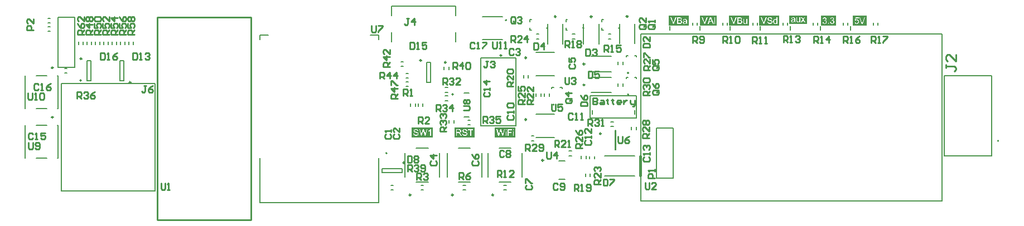
<source format=gto>
G04*
G04 #@! TF.GenerationSoftware,Altium Limited,Altium Designer,22.9.1 (49)*
G04*
G04 Layer_Color=65535*
%FSLAX25Y25*%
%MOIN*%
G70*
G04*
G04 #@! TF.SameCoordinates,3F8A9F32-4B6F-401C-BF37-4CBD66F0855C*
G04*
G04*
G04 #@! TF.FilePolarity,Positive*
G04*
G01*
G75*
%ADD10C,0.00984*%
%ADD11C,0.00787*%
%ADD12C,0.00500*%
%ADD13C,0.01000*%
%ADD14C,0.01575*%
G36*
X402806Y176500D02*
X390500D01*
Y182341D01*
X402806D01*
Y176500D01*
D02*
G37*
G36*
X378492D02*
X366291D01*
Y182474D01*
X378492D01*
Y176500D01*
D02*
G37*
G36*
X612799Y243500D02*
X604500D01*
Y249407D01*
X612799D01*
Y243500D01*
D02*
G37*
G36*
X594293D02*
X585300D01*
Y249424D01*
X594293D01*
Y243500D01*
D02*
G37*
G36*
X576919Y244500D02*
X566500D01*
Y249408D01*
X576919D01*
Y244500D01*
D02*
G37*
G36*
X560235Y243500D02*
X548500D01*
Y249474D01*
X560235D01*
Y243500D01*
D02*
G37*
G36*
X542246D02*
X530500D01*
Y249402D01*
X542246D01*
Y243500D01*
D02*
G37*
G36*
X523053D02*
X513095D01*
Y249341D01*
X523053D01*
Y243500D01*
D02*
G37*
G36*
X506401D02*
X494500D01*
Y249402D01*
X506401D01*
Y243500D01*
D02*
G37*
G36*
X353200Y176513D02*
X340800D01*
Y182487D01*
X353200D01*
Y176513D01*
D02*
G37*
%LPC*%
G36*
X401806Y181341D02*
X401335D01*
Y180802D01*
X401806D01*
Y181341D01*
D02*
G37*
G36*
X397333D02*
X396861D01*
Y180802D01*
X397333D01*
Y181341D01*
D02*
G37*
G36*
X396445D02*
X395929D01*
X395329Y178871D01*
X395285Y178699D01*
X395252Y178543D01*
X395218Y178399D01*
X395191Y178277D01*
X395174Y178221D01*
X395169Y178172D01*
X395158Y178133D01*
X395152Y178099D01*
X395141Y178072D01*
Y178050D01*
X395135Y178038D01*
Y178033D01*
X395096Y178277D01*
X395046Y178516D01*
X394997Y178743D01*
X394974Y178849D01*
X394947Y178954D01*
X394924Y179049D01*
X394902Y179132D01*
X394880Y179204D01*
X394863Y179271D01*
X394852Y179320D01*
X394841Y179359D01*
X394830Y179387D01*
Y179393D01*
X394286Y181341D01*
X393670D01*
X392943Y178743D01*
X392937Y178721D01*
X392926Y178688D01*
X392915Y178643D01*
X392904Y178593D01*
X392887Y178538D01*
X392876Y178477D01*
X392843Y178355D01*
X392815Y178233D01*
X392799Y178177D01*
X392788Y178133D01*
X392782Y178088D01*
X392771Y178060D01*
X392765Y178038D01*
Y178033D01*
X392738Y178177D01*
X392710Y178321D01*
X392682Y178455D01*
X392654Y178571D01*
X392643Y178627D01*
X392632Y178677D01*
X392621Y178716D01*
X392616Y178754D01*
X392610Y178782D01*
X392604Y178804D01*
X392599Y178815D01*
Y178821D01*
X392027Y181341D01*
X391500D01*
X392505Y177500D01*
X393037D01*
X393848Y180425D01*
X393870Y180497D01*
X393886Y180575D01*
X393909Y180652D01*
X393925Y180719D01*
X393942Y180780D01*
X393953Y180830D01*
X393959Y180863D01*
X393964Y180869D01*
Y180874D01*
X393970Y180858D01*
X393975Y180830D01*
X393992Y180769D01*
X394014Y180697D01*
X394036Y180619D01*
X394053Y180547D01*
X394070Y180486D01*
X394075Y180458D01*
X394081Y180441D01*
X394086Y180430D01*
Y180425D01*
X394891Y177500D01*
X395391D01*
X396445Y181341D01*
D02*
G37*
G36*
X401806Y180286D02*
X401335D01*
Y177500D01*
X401806D01*
Y180286D01*
D02*
G37*
G36*
X400735Y181341D02*
X398138D01*
Y177500D01*
X398648D01*
Y179243D01*
X400452D01*
Y179698D01*
X398648D01*
Y180886D01*
X400735D01*
Y181341D01*
D02*
G37*
G36*
X397333Y180286D02*
X396861D01*
Y177500D01*
X397333D01*
Y180286D01*
D02*
G37*
G36*
X372553Y181474D02*
X372481D01*
X372336Y181468D01*
X372209Y181452D01*
X372087Y181429D01*
X371981Y181407D01*
X371898Y181385D01*
X371859Y181374D01*
X371831Y181363D01*
X371809Y181352D01*
X371792Y181346D01*
X371781Y181341D01*
X371776D01*
X371665Y181285D01*
X371565Y181224D01*
X371482Y181157D01*
X371415Y181096D01*
X371365Y181041D01*
X371326Y180997D01*
X371298Y180963D01*
X371293Y180958D01*
Y180952D01*
X371237Y180858D01*
X371199Y180763D01*
X371171Y180669D01*
X371154Y180586D01*
X371143Y180514D01*
X371132Y180458D01*
Y180436D01*
Y180419D01*
Y180414D01*
Y180408D01*
X371137Y180314D01*
X371154Y180225D01*
X371176Y180142D01*
X371199Y180070D01*
X371221Y180014D01*
X371243Y179970D01*
X371260Y179942D01*
X371265Y179931D01*
X371321Y179853D01*
X371387Y179781D01*
X371454Y179720D01*
X371520Y179670D01*
X371576Y179626D01*
X371626Y179598D01*
X371659Y179576D01*
X371665Y179570D01*
X371670D01*
X371715Y179548D01*
X371765Y179526D01*
X371876Y179487D01*
X372003Y179448D01*
X372125Y179409D01*
X372236Y179376D01*
X372286Y179365D01*
X372331Y179354D01*
X372364Y179343D01*
X372392Y179337D01*
X372408Y179332D01*
X372414D01*
X372508Y179309D01*
X372597Y179287D01*
X372675Y179265D01*
X372741Y179248D01*
X372808Y179232D01*
X372864Y179215D01*
X372914Y179204D01*
X372952Y179187D01*
X372991Y179176D01*
X373019Y179171D01*
X373063Y179154D01*
X373091Y179148D01*
X373097Y179143D01*
X373180Y179110D01*
X373252Y179071D01*
X373313Y179032D01*
X373358Y178998D01*
X373396Y178965D01*
X373418Y178943D01*
X373435Y178926D01*
X373441Y178921D01*
X373480Y178871D01*
X373507Y178815D01*
X373524Y178760D01*
X373541Y178716D01*
X373546Y178671D01*
X373552Y178638D01*
Y178610D01*
Y178604D01*
X373546Y178538D01*
X373535Y178477D01*
X373518Y178421D01*
X373496Y178377D01*
X373474Y178332D01*
X373457Y178305D01*
X373446Y178282D01*
X373441Y178277D01*
X373396Y178221D01*
X373341Y178177D01*
X373285Y178138D01*
X373235Y178099D01*
X373185Y178077D01*
X373147Y178055D01*
X373119Y178044D01*
X373108Y178038D01*
X373025Y178011D01*
X372936Y177988D01*
X372847Y177977D01*
X372769Y177966D01*
X372703Y177961D01*
X372647Y177955D01*
X372597D01*
X372475Y177961D01*
X372364Y177972D01*
X372264Y177988D01*
X372175Y178011D01*
X372103Y178033D01*
X372048Y178050D01*
X372031Y178055D01*
X372014Y178060D01*
X372009Y178066D01*
X372003D01*
X371915Y178111D01*
X371831Y178160D01*
X371770Y178210D01*
X371715Y178260D01*
X371670Y178299D01*
X371642Y178338D01*
X371626Y178360D01*
X371620Y178366D01*
X371582Y178438D01*
X371543Y178516D01*
X371520Y178599D01*
X371498Y178671D01*
X371482Y178743D01*
X371470Y178793D01*
Y178815D01*
X371465Y178832D01*
Y178838D01*
Y178843D01*
X370988Y178799D01*
X370999Y178660D01*
X371021Y178527D01*
X371054Y178410D01*
X371093Y178305D01*
X371132Y178221D01*
X371149Y178188D01*
X371160Y178160D01*
X371176Y178138D01*
X371182Y178122D01*
X371193Y178111D01*
Y178105D01*
X371276Y177999D01*
X371365Y177905D01*
X371459Y177827D01*
X371548Y177761D01*
X371626Y177711D01*
X371692Y177678D01*
X371715Y177666D01*
X371731Y177655D01*
X371742Y177650D01*
X371748D01*
X371887Y177600D01*
X372031Y177561D01*
X372175Y177539D01*
X372314Y177517D01*
X372381Y177511D01*
X372436Y177506D01*
X372486D01*
X372531Y177500D01*
X372619D01*
X372769Y177506D01*
X372908Y177522D01*
X373036Y177550D01*
X373141Y177578D01*
X373230Y177600D01*
X373269Y177617D01*
X373302Y177628D01*
X373324Y177639D01*
X373341Y177644D01*
X373352Y177650D01*
X373358D01*
X373474Y177711D01*
X373574Y177778D01*
X373663Y177850D01*
X373735Y177916D01*
X373790Y177972D01*
X373829Y178022D01*
X373857Y178055D01*
X373863Y178060D01*
Y178066D01*
X373924Y178172D01*
X373968Y178271D01*
X373996Y178366D01*
X374018Y178455D01*
X374029Y178532D01*
X374040Y178593D01*
Y178643D01*
X374035Y178754D01*
X374018Y178860D01*
X373990Y178954D01*
X373962Y179032D01*
X373929Y179098D01*
X373907Y179148D01*
X373885Y179176D01*
X373879Y179187D01*
X373813Y179271D01*
X373735Y179348D01*
X373652Y179415D01*
X373568Y179476D01*
X373496Y179520D01*
X373435Y179553D01*
X373413Y179565D01*
X373396Y179576D01*
X373385Y179581D01*
X373380D01*
X373335Y179603D01*
X373280Y179620D01*
X373219Y179642D01*
X373152Y179665D01*
X373013Y179703D01*
X372869Y179742D01*
X372802Y179759D01*
X372741Y179776D01*
X372680Y179792D01*
X372630Y179803D01*
X372592Y179814D01*
X372558Y179820D01*
X372536Y179825D01*
X372531D01*
X372420Y179853D01*
X372320Y179875D01*
X372231Y179903D01*
X372153Y179925D01*
X372081Y179953D01*
X372020Y179975D01*
X371964Y179998D01*
X371915Y180014D01*
X371876Y180036D01*
X371842Y180053D01*
X371820Y180064D01*
X371798Y180081D01*
X371770Y180097D01*
X371765Y180103D01*
X371715Y180158D01*
X371681Y180214D01*
X371654Y180270D01*
X371637Y180325D01*
X371626Y180369D01*
X371620Y180408D01*
Y180430D01*
Y180441D01*
X371631Y180530D01*
X371654Y180608D01*
X371687Y180675D01*
X371726Y180736D01*
X371759Y180780D01*
X371792Y180819D01*
X371815Y180841D01*
X371826Y180847D01*
X371870Y180874D01*
X371915Y180902D01*
X372020Y180947D01*
X372131Y180974D01*
X372242Y180997D01*
X372342Y181008D01*
X372386Y181013D01*
X372420Y181019D01*
X372497D01*
X372653Y181013D01*
X372791Y180991D01*
X372902Y180958D01*
X372997Y180924D01*
X373069Y180891D01*
X373124Y180858D01*
X373152Y180835D01*
X373163Y180830D01*
X373241Y180752D01*
X373302Y180669D01*
X373352Y180580D01*
X373385Y180491D01*
X373407Y180408D01*
X373424Y180347D01*
X373430Y180319D01*
X373435Y180303D01*
Y180292D01*
Y180286D01*
X373924Y180325D01*
X373913Y180447D01*
X373885Y180558D01*
X373857Y180664D01*
X373818Y180752D01*
X373785Y180824D01*
X373757Y180880D01*
X373746Y180897D01*
X373735Y180913D01*
X373729Y180919D01*
Y180924D01*
X373657Y181019D01*
X373580Y181102D01*
X373496Y181174D01*
X373413Y181230D01*
X373341Y181280D01*
X373285Y181307D01*
X373263Y181318D01*
X373247Y181330D01*
X373235Y181335D01*
X373230D01*
X373108Y181379D01*
X372974Y181413D01*
X372852Y181440D01*
X372736Y181457D01*
X372630Y181468D01*
X372592D01*
X372553Y181474D01*
D02*
G37*
G36*
X377492Y181407D02*
X374451D01*
Y180952D01*
X375716D01*
Y177567D01*
X376227D01*
Y180952D01*
X377492D01*
Y181407D01*
D02*
G37*
G36*
X369073D02*
X367291D01*
Y177567D01*
X367802D01*
Y179271D01*
X368457D01*
X368518Y179265D01*
X368562D01*
X368601Y179259D01*
X368629Y179254D01*
X368651D01*
X368662Y179248D01*
X368668D01*
X368757Y179220D01*
X368795Y179204D01*
X368829Y179187D01*
X368862Y179171D01*
X368884Y179159D01*
X368895Y179154D01*
X368901Y179148D01*
X368945Y179115D01*
X368990Y179076D01*
X369073Y178993D01*
X369112Y178954D01*
X369140Y178921D01*
X369156Y178899D01*
X369162Y178893D01*
X369217Y178815D01*
X369278Y178732D01*
X369339Y178643D01*
X369400Y178560D01*
X369450Y178482D01*
X369489Y178421D01*
X369506Y178399D01*
X369517Y178382D01*
X369528Y178371D01*
Y178366D01*
X370033Y177567D01*
X370666D01*
X370005Y178610D01*
X369928Y178721D01*
X369855Y178821D01*
X369783Y178904D01*
X369722Y178982D01*
X369667Y179037D01*
X369622Y179082D01*
X369595Y179110D01*
X369584Y179121D01*
X369539Y179154D01*
X369489Y179193D01*
X369389Y179254D01*
X369345Y179276D01*
X369311Y179298D01*
X369289Y179309D01*
X369278Y179315D01*
X369378Y179332D01*
X369473Y179348D01*
X369556Y179376D01*
X369639Y179398D01*
X369711Y179426D01*
X369778Y179459D01*
X369839Y179487D01*
X369894Y179515D01*
X369939Y179548D01*
X369983Y179576D01*
X370016Y179598D01*
X370044Y179620D01*
X370066Y179637D01*
X370083Y179653D01*
X370089Y179659D01*
X370094Y179665D01*
X370139Y179720D01*
X370183Y179776D01*
X370250Y179892D01*
X370294Y180009D01*
X370327Y180120D01*
X370349Y180214D01*
X370355Y180253D01*
Y180292D01*
X370360Y180319D01*
Y180342D01*
Y180353D01*
Y180358D01*
X370355Y180475D01*
X370338Y180580D01*
X370310Y180680D01*
X370283Y180763D01*
X370250Y180835D01*
X370227Y180891D01*
X370205Y180924D01*
X370199Y180930D01*
Y180935D01*
X370133Y181024D01*
X370066Y181102D01*
X369994Y181169D01*
X369928Y181219D01*
X369866Y181257D01*
X369817Y181280D01*
X369783Y181296D01*
X369778Y181302D01*
X369772D01*
X369722Y181318D01*
X369661Y181335D01*
X369539Y181363D01*
X369406Y181379D01*
X369284Y181396D01*
X369167Y181402D01*
X369117D01*
X369073Y181407D01*
D02*
G37*
%LPD*%
G36*
X369162Y180974D02*
X369289Y180952D01*
X369400Y180924D01*
X369484Y180891D01*
X369556Y180858D01*
X369600Y180830D01*
X369628Y180808D01*
X369639Y180802D01*
X369706Y180730D01*
X369756Y180658D01*
X369789Y180580D01*
X369817Y180514D01*
X369828Y180447D01*
X369833Y180397D01*
X369839Y180364D01*
Y180358D01*
Y180353D01*
X369833Y180286D01*
X369822Y180219D01*
X369806Y180164D01*
X369789Y180114D01*
X369767Y180070D01*
X369750Y180036D01*
X369739Y180014D01*
X369733Y180009D01*
X369694Y179953D01*
X369644Y179903D01*
X369595Y179864D01*
X369545Y179831D01*
X369500Y179809D01*
X369467Y179792D01*
X369445Y179781D01*
X369434Y179776D01*
X369356Y179753D01*
X369267Y179737D01*
X369178Y179726D01*
X369090Y179720D01*
X369012Y179715D01*
X368945Y179709D01*
X367802D01*
Y180980D01*
X369012D01*
X369162Y180974D01*
D02*
G37*
%LPC*%
G36*
X611799Y248407D02*
X611283D01*
X610240Y245616D01*
X610195Y245499D01*
X610156Y245388D01*
X610123Y245283D01*
X610095Y245188D01*
X610068Y245105D01*
X610051Y245044D01*
X610045Y245022D01*
X610040Y245005D01*
X610034Y244994D01*
Y244988D01*
X609968Y245210D01*
X609935Y245316D01*
X609901Y245410D01*
X609873Y245493D01*
X609862Y245527D01*
X609857Y245560D01*
X609846Y245582D01*
X609840Y245599D01*
X609835Y245610D01*
Y245616D01*
X608836Y248407D01*
X608281D01*
X609768Y244567D01*
X610301D01*
X611799Y248407D01*
D02*
G37*
G36*
X607864Y248357D02*
X605955D01*
X605583Y246381D01*
X606027Y246320D01*
X606066Y246381D01*
X606116Y246431D01*
X606160Y246481D01*
X606205Y246520D01*
X606249Y246548D01*
X606283Y246576D01*
X606305Y246587D01*
X606310Y246592D01*
X606382Y246626D01*
X606455Y246653D01*
X606521Y246670D01*
X606588Y246687D01*
X606643Y246692D01*
X606688Y246698D01*
X606793D01*
X606860Y246687D01*
X606976Y246659D01*
X607076Y246620D01*
X607165Y246581D01*
X607232Y246537D01*
X607281Y246498D01*
X607309Y246470D01*
X607320Y246465D01*
Y246459D01*
X607398Y246365D01*
X607454Y246265D01*
X607492Y246160D01*
X607520Y246054D01*
X607537Y245965D01*
X607542Y245926D01*
Y245893D01*
X607548Y245865D01*
Y245843D01*
Y245832D01*
Y245827D01*
Y245749D01*
X607537Y245677D01*
X607509Y245538D01*
X607470Y245421D01*
X607431Y245327D01*
X607387Y245249D01*
X607348Y245188D01*
X607332Y245171D01*
X607320Y245155D01*
X607315Y245149D01*
X607309Y245144D01*
X607265Y245099D01*
X607221Y245061D01*
X607121Y244994D01*
X607026Y244950D01*
X606932Y244922D01*
X606854Y244900D01*
X606788Y244894D01*
X606765Y244888D01*
X606732D01*
X606627Y244894D01*
X606532Y244916D01*
X606449Y244944D01*
X606382Y244977D01*
X606321Y245011D01*
X606277Y245038D01*
X606255Y245061D01*
X606244Y245066D01*
X606177Y245144D01*
X606122Y245227D01*
X606077Y245321D01*
X606044Y245405D01*
X606022Y245488D01*
X606005Y245549D01*
X606000Y245577D01*
X605994Y245593D01*
Y245604D01*
Y245610D01*
X605500Y245571D01*
X605511Y245482D01*
X605528Y245399D01*
X605578Y245244D01*
X605639Y245111D01*
X605672Y245049D01*
X605705Y245000D01*
X605733Y244950D01*
X605766Y244905D01*
X605794Y244872D01*
X605822Y244844D01*
X605844Y244822D01*
X605855Y244800D01*
X605866Y244794D01*
X605872Y244789D01*
X605938Y244739D01*
X606005Y244694D01*
X606077Y244655D01*
X606149Y244622D01*
X606288Y244572D01*
X606427Y244539D01*
X606488Y244522D01*
X606549Y244517D01*
X606599Y244511D01*
X606643Y244506D01*
X606682Y244500D01*
X606732D01*
X606849Y244506D01*
X606960Y244522D01*
X607065Y244544D01*
X607160Y244572D01*
X607248Y244611D01*
X607332Y244650D01*
X607409Y244689D01*
X607476Y244733D01*
X607537Y244777D01*
X607592Y244816D01*
X607637Y244861D01*
X607676Y244894D01*
X607703Y244922D01*
X607726Y244944D01*
X607737Y244961D01*
X607742Y244966D01*
X607798Y245038D01*
X607842Y245116D01*
X607887Y245188D01*
X607920Y245266D01*
X607975Y245416D01*
X608009Y245560D01*
X608020Y245621D01*
X608031Y245682D01*
X608036Y245732D01*
X608042Y245777D01*
X608047Y245815D01*
Y245865D01*
X608042Y245965D01*
X608031Y246059D01*
X608014Y246154D01*
X607992Y246237D01*
X607964Y246315D01*
X607936Y246392D01*
X607903Y246459D01*
X607875Y246520D01*
X607842Y246576D01*
X607809Y246626D01*
X607781Y246665D01*
X607753Y246703D01*
X607731Y246731D01*
X607715Y246748D01*
X607703Y246759D01*
X607698Y246764D01*
X607631Y246826D01*
X607565Y246881D01*
X607492Y246925D01*
X607420Y246964D01*
X607348Y247003D01*
X607276Y247031D01*
X607143Y247070D01*
X607082Y247086D01*
X607026Y247097D01*
X606976Y247103D01*
X606932Y247109D01*
X606899Y247114D01*
X606777D01*
X606710Y247103D01*
X606577Y247075D01*
X606455Y247036D01*
X606344Y246992D01*
X606255Y246948D01*
X606216Y246925D01*
X606183Y246909D01*
X606155Y246892D01*
X606138Y246881D01*
X606127Y246875D01*
X606122Y246870D01*
X606327Y247908D01*
X607864D01*
Y248357D01*
D02*
G37*
G36*
X592033Y248424D02*
X591894D01*
X591817Y248413D01*
X591667Y248385D01*
X591539Y248341D01*
X591428Y248296D01*
X591378Y248268D01*
X591339Y248246D01*
X591301Y248224D01*
X591273Y248202D01*
X591251Y248185D01*
X591234Y248174D01*
X591223Y248169D01*
X591217Y248163D01*
X591112Y248058D01*
X591029Y247941D01*
X590962Y247819D01*
X590906Y247697D01*
X590873Y247591D01*
X590857Y247547D01*
X590845Y247508D01*
X590840Y247475D01*
X590834Y247453D01*
X590829Y247436D01*
Y247430D01*
X591301Y247347D01*
X591323Y247469D01*
X591356Y247575D01*
X591395Y247663D01*
X591434Y247736D01*
X591473Y247791D01*
X591506Y247830D01*
X591528Y247858D01*
X591534Y247863D01*
X591606Y247919D01*
X591683Y247963D01*
X591756Y247991D01*
X591828Y248013D01*
X591894Y248024D01*
X591944Y248035D01*
X591989D01*
X592089Y248030D01*
X592177Y248008D01*
X592255Y247980D01*
X592322Y247952D01*
X592372Y247919D01*
X592411Y247891D01*
X592438Y247869D01*
X592444Y247863D01*
X592505Y247797D01*
X592549Y247725D01*
X592577Y247652D01*
X592599Y247586D01*
X592610Y247525D01*
X592622Y247480D01*
Y247447D01*
Y247442D01*
Y247436D01*
Y247375D01*
X592610Y247319D01*
X592583Y247225D01*
X592544Y247142D01*
X592499Y247070D01*
X592455Y247020D01*
X592416Y246981D01*
X592388Y246959D01*
X592383Y246953D01*
X592377D01*
X592283Y246903D01*
X592194Y246864D01*
X592100Y246836D01*
X592017Y246820D01*
X591944Y246809D01*
X591883Y246798D01*
X591811D01*
X591789Y246803D01*
X591761D01*
X591706Y246387D01*
X591778Y246404D01*
X591844Y246415D01*
X591900Y246426D01*
X591950Y246431D01*
X591989Y246437D01*
X592039D01*
X592155Y246426D01*
X592261Y246404D01*
X592355Y246370D01*
X592433Y246332D01*
X592494Y246293D01*
X592538Y246259D01*
X592566Y246237D01*
X592577Y246226D01*
X592649Y246143D01*
X592705Y246054D01*
X592743Y245965D01*
X592766Y245876D01*
X592782Y245804D01*
X592788Y245743D01*
X592794Y245721D01*
Y245704D01*
Y245693D01*
Y245688D01*
X592782Y245566D01*
X592755Y245455D01*
X592721Y245360D01*
X592677Y245277D01*
X592632Y245210D01*
X592599Y245160D01*
X592571Y245127D01*
X592560Y245116D01*
X592472Y245038D01*
X592377Y244983D01*
X592283Y244944D01*
X592194Y244916D01*
X592116Y244900D01*
X592055Y244894D01*
X592033Y244888D01*
X592000D01*
X591900Y244894D01*
X591806Y244916D01*
X591722Y244944D01*
X591656Y244977D01*
X591600Y245005D01*
X591556Y245033D01*
X591534Y245055D01*
X591523Y245061D01*
X591456Y245138D01*
X591400Y245227D01*
X591351Y245321D01*
X591312Y245421D01*
X591284Y245505D01*
X591273Y245543D01*
X591267Y245577D01*
X591262Y245604D01*
X591256Y245627D01*
X591251Y245638D01*
Y245643D01*
X590779Y245582D01*
X590790Y245493D01*
X590807Y245410D01*
X590857Y245255D01*
X590918Y245122D01*
X590951Y245066D01*
X590984Y245011D01*
X591017Y244961D01*
X591051Y244922D01*
X591079Y244883D01*
X591106Y244855D01*
X591123Y244833D01*
X591140Y244816D01*
X591151Y244805D01*
X591156Y244800D01*
X591223Y244750D01*
X591290Y244700D01*
X591356Y244661D01*
X591428Y244628D01*
X591567Y244572D01*
X591700Y244539D01*
X591761Y244528D01*
X591817Y244517D01*
X591867Y244511D01*
X591911Y244506D01*
X591944Y244500D01*
X591994D01*
X592100Y244506D01*
X592194Y244517D01*
X592288Y244533D01*
X592377Y244555D01*
X592460Y244583D01*
X592533Y244611D01*
X592605Y244644D01*
X592666Y244678D01*
X592727Y244705D01*
X592777Y244739D01*
X592821Y244766D01*
X592855Y244794D01*
X592882Y244816D01*
X592905Y244833D01*
X592916Y244844D01*
X592921Y244850D01*
X592988Y244916D01*
X593043Y244988D01*
X593093Y245061D01*
X593138Y245133D01*
X593171Y245199D01*
X593204Y245271D01*
X593249Y245405D01*
X593260Y245466D01*
X593271Y245521D01*
X593282Y245571D01*
X593287Y245616D01*
X593293Y245649D01*
Y245699D01*
X593287Y245832D01*
X593265Y245954D01*
X593232Y246059D01*
X593199Y246148D01*
X593165Y246220D01*
X593132Y246276D01*
X593110Y246309D01*
X593104Y246320D01*
X593027Y246404D01*
X592943Y246476D01*
X592855Y246531D01*
X592766Y246576D01*
X592688Y246609D01*
X592627Y246631D01*
X592605Y246637D01*
X592588Y246642D01*
X592577Y246648D01*
X592571D01*
X592666Y246698D01*
X592743Y246748D01*
X592810Y246803D01*
X592866Y246853D01*
X592910Y246898D01*
X592943Y246936D01*
X592960Y246959D01*
X592966Y246970D01*
X593010Y247047D01*
X593043Y247125D01*
X593071Y247203D01*
X593088Y247275D01*
X593099Y247336D01*
X593104Y247380D01*
Y247414D01*
Y247425D01*
X593099Y247519D01*
X593082Y247614D01*
X593060Y247697D01*
X593032Y247769D01*
X593004Y247830D01*
X592982Y247880D01*
X592966Y247908D01*
X592960Y247919D01*
X592905Y248002D01*
X592838Y248074D01*
X592771Y248135D01*
X592705Y248191D01*
X592649Y248230D01*
X592599Y248263D01*
X592566Y248280D01*
X592560Y248285D01*
X592555D01*
X592455Y248329D01*
X592355Y248363D01*
X592255Y248391D01*
X592166Y248407D01*
X592094Y248418D01*
X592033Y248424D01*
D02*
G37*
G36*
X587554D02*
X587416D01*
X587338Y248413D01*
X587188Y248385D01*
X587060Y248341D01*
X586949Y248296D01*
X586899Y248268D01*
X586861Y248246D01*
X586822Y248224D01*
X586794Y248202D01*
X586772Y248185D01*
X586755Y248174D01*
X586744Y248169D01*
X586738Y248163D01*
X586633Y248058D01*
X586550Y247941D01*
X586483Y247819D01*
X586428Y247697D01*
X586394Y247591D01*
X586378Y247547D01*
X586367Y247508D01*
X586361Y247475D01*
X586355Y247453D01*
X586350Y247436D01*
Y247430D01*
X586822Y247347D01*
X586844Y247469D01*
X586877Y247575D01*
X586916Y247663D01*
X586955Y247736D01*
X586994Y247791D01*
X587027Y247830D01*
X587049Y247858D01*
X587055Y247863D01*
X587127Y247919D01*
X587205Y247963D01*
X587277Y247991D01*
X587349Y248013D01*
X587416Y248024D01*
X587465Y248035D01*
X587510D01*
X587610Y248030D01*
X587699Y248008D01*
X587776Y247980D01*
X587843Y247952D01*
X587893Y247919D01*
X587932Y247891D01*
X587959Y247869D01*
X587965Y247863D01*
X588026Y247797D01*
X588070Y247725D01*
X588098Y247652D01*
X588120Y247586D01*
X588132Y247525D01*
X588143Y247480D01*
Y247447D01*
Y247442D01*
Y247436D01*
Y247375D01*
X588132Y247319D01*
X588104Y247225D01*
X588065Y247142D01*
X588021Y247070D01*
X587976Y247020D01*
X587937Y246981D01*
X587910Y246959D01*
X587904Y246953D01*
X587898D01*
X587804Y246903D01*
X587715Y246864D01*
X587621Y246836D01*
X587538Y246820D01*
X587465Y246809D01*
X587404Y246798D01*
X587332D01*
X587310Y246803D01*
X587282D01*
X587227Y246387D01*
X587299Y246404D01*
X587366Y246415D01*
X587421Y246426D01*
X587471Y246431D01*
X587510Y246437D01*
X587560D01*
X587676Y246426D01*
X587782Y246404D01*
X587876Y246370D01*
X587954Y246332D01*
X588015Y246293D01*
X588059Y246259D01*
X588087Y246237D01*
X588098Y246226D01*
X588170Y246143D01*
X588226Y246054D01*
X588265Y245965D01*
X588287Y245876D01*
X588304Y245804D01*
X588309Y245743D01*
X588315Y245721D01*
Y245704D01*
Y245693D01*
Y245688D01*
X588304Y245566D01*
X588276Y245455D01*
X588242Y245360D01*
X588198Y245277D01*
X588154Y245210D01*
X588120Y245160D01*
X588093Y245127D01*
X588082Y245116D01*
X587993Y245038D01*
X587898Y244983D01*
X587804Y244944D01*
X587715Y244916D01*
X587638Y244900D01*
X587576Y244894D01*
X587554Y244888D01*
X587521D01*
X587421Y244894D01*
X587327Y244916D01*
X587244Y244944D01*
X587177Y244977D01*
X587121Y245005D01*
X587077Y245033D01*
X587055Y245055D01*
X587044Y245061D01*
X586977Y245138D01*
X586922Y245227D01*
X586872Y245321D01*
X586833Y245421D01*
X586805Y245505D01*
X586794Y245543D01*
X586788Y245577D01*
X586783Y245604D01*
X586777Y245627D01*
X586772Y245638D01*
Y245643D01*
X586300Y245582D01*
X586311Y245493D01*
X586328Y245410D01*
X586378Y245255D01*
X586439Y245122D01*
X586472Y245066D01*
X586505Y245011D01*
X586539Y244961D01*
X586572Y244922D01*
X586600Y244883D01*
X586627Y244855D01*
X586644Y244833D01*
X586661Y244816D01*
X586672Y244805D01*
X586677Y244800D01*
X586744Y244750D01*
X586811Y244700D01*
X586877Y244661D01*
X586949Y244628D01*
X587088Y244572D01*
X587221Y244539D01*
X587282Y244528D01*
X587338Y244517D01*
X587388Y244511D01*
X587432Y244506D01*
X587465Y244500D01*
X587515D01*
X587621Y244506D01*
X587715Y244517D01*
X587810Y244533D01*
X587898Y244555D01*
X587982Y244583D01*
X588054Y244611D01*
X588126Y244644D01*
X588187Y244678D01*
X588248Y244705D01*
X588298Y244739D01*
X588342Y244766D01*
X588376Y244794D01*
X588403Y244816D01*
X588426Y244833D01*
X588437Y244844D01*
X588442Y244850D01*
X588509Y244916D01*
X588564Y244988D01*
X588614Y245061D01*
X588659Y245133D01*
X588692Y245199D01*
X588725Y245271D01*
X588770Y245405D01*
X588781Y245466D01*
X588792Y245521D01*
X588803Y245571D01*
X588809Y245616D01*
X588814Y245649D01*
Y245699D01*
X588809Y245832D01*
X588786Y245954D01*
X588753Y246059D01*
X588720Y246148D01*
X588687Y246220D01*
X588653Y246276D01*
X588631Y246309D01*
X588625Y246320D01*
X588548Y246404D01*
X588464Y246476D01*
X588376Y246531D01*
X588287Y246576D01*
X588209Y246609D01*
X588148Y246631D01*
X588126Y246637D01*
X588109Y246642D01*
X588098Y246648D01*
X588093D01*
X588187Y246698D01*
X588265Y246748D01*
X588331Y246803D01*
X588387Y246853D01*
X588431Y246898D01*
X588464Y246936D01*
X588481Y246959D01*
X588487Y246970D01*
X588531Y247047D01*
X588564Y247125D01*
X588592Y247203D01*
X588609Y247275D01*
X588620Y247336D01*
X588625Y247380D01*
Y247414D01*
Y247425D01*
X588620Y247519D01*
X588603Y247614D01*
X588581Y247697D01*
X588553Y247769D01*
X588526Y247830D01*
X588503Y247880D01*
X588487Y247908D01*
X588481Y247919D01*
X588426Y248002D01*
X588359Y248074D01*
X588293Y248135D01*
X588226Y248191D01*
X588170Y248230D01*
X588120Y248263D01*
X588087Y248280D01*
X588082Y248285D01*
X588076D01*
X587976Y248329D01*
X587876Y248363D01*
X587776Y248391D01*
X587687Y248407D01*
X587615Y248418D01*
X587554Y248424D01*
D02*
G37*
G36*
X590085Y245105D02*
X589547D01*
Y244567D01*
X590085D01*
Y245105D01*
D02*
G37*
G36*
X575853Y248347D02*
X575281D01*
X574809Y247687D01*
X574737Y247581D01*
X574704Y247531D01*
X574671Y247481D01*
X574643Y247443D01*
X574621Y247409D01*
X574604Y247387D01*
X574598Y247381D01*
X574571Y247431D01*
X574537Y247481D01*
X574504Y247531D01*
X574476Y247581D01*
X574449Y247620D01*
X574426Y247659D01*
X574410Y247681D01*
X574404Y247687D01*
X573966Y248347D01*
X573389D01*
X574327Y247004D01*
X573311Y245561D01*
X573882D01*
X574632Y246627D01*
X574765Y246421D01*
X575342Y245561D01*
X575919D01*
X574904Y247004D01*
X575853Y248347D01*
D02*
G37*
G36*
X572895D02*
X572423D01*
Y246854D01*
X572417Y246726D01*
X572412Y246616D01*
X572401Y246521D01*
X572384Y246444D01*
X572367Y246382D01*
X572356Y246338D01*
X572351Y246316D01*
X572345Y246305D01*
X572312Y246238D01*
X572273Y246183D01*
X572229Y246133D01*
X572184Y246088D01*
X572145Y246055D01*
X572112Y246033D01*
X572090Y246016D01*
X572079Y246011D01*
X572007Y245977D01*
X571935Y245950D01*
X571868Y245933D01*
X571807Y245916D01*
X571757Y245911D01*
X571718Y245905D01*
X571679D01*
X571601Y245911D01*
X571535Y245922D01*
X571474Y245938D01*
X571424Y245961D01*
X571379Y245977D01*
X571352Y245994D01*
X571329Y246005D01*
X571324Y246011D01*
X571274Y246055D01*
X571235Y246099D01*
X571202Y246149D01*
X571174Y246194D01*
X571157Y246238D01*
X571146Y246271D01*
X571135Y246294D01*
Y246299D01*
X571124Y246360D01*
X571119Y246432D01*
X571113Y246516D01*
Y246599D01*
X571107Y246677D01*
Y246738D01*
Y246765D01*
Y246782D01*
Y246793D01*
Y246799D01*
Y248347D01*
X570636D01*
Y246516D01*
X570641Y246421D01*
X570647Y246349D01*
X570652Y246283D01*
Y246238D01*
X570658Y246205D01*
X570663Y246183D01*
Y246177D01*
X570680Y246105D01*
X570702Y246038D01*
X570724Y245977D01*
X570752Y245927D01*
X570775Y245883D01*
X570791Y245855D01*
X570802Y245833D01*
X570808Y245827D01*
X570852Y245778D01*
X570902Y245733D01*
X570952Y245694D01*
X571008Y245661D01*
X571052Y245633D01*
X571091Y245611D01*
X571113Y245600D01*
X571124Y245594D01*
X571207Y245561D01*
X571285Y245539D01*
X571363Y245522D01*
X571435Y245511D01*
X571496Y245505D01*
X571546Y245500D01*
X571585D01*
X571685Y245505D01*
X571785Y245522D01*
X571873Y245544D01*
X571962Y245572D01*
X572040Y245611D01*
X572112Y245650D01*
X572179Y245689D01*
X572240Y245733D01*
X572295Y245778D01*
X572340Y245816D01*
X572378Y245861D01*
X572412Y245894D01*
X572439Y245922D01*
X572456Y245944D01*
X572467Y245961D01*
X572473Y245966D01*
Y245561D01*
X572895D01*
Y248347D01*
D02*
G37*
G36*
X568899Y248408D02*
X568838D01*
X568704Y248403D01*
X568588Y248392D01*
X568477Y248375D01*
X568388Y248358D01*
X568310Y248342D01*
X568255Y248325D01*
X568233Y248319D01*
X568216Y248314D01*
X568210Y248308D01*
X568205D01*
X568111Y248270D01*
X568027Y248219D01*
X567955Y248175D01*
X567894Y248131D01*
X567850Y248086D01*
X567816Y248053D01*
X567794Y248031D01*
X567789Y248025D01*
X567739Y247953D01*
X567694Y247875D01*
X567661Y247798D01*
X567633Y247726D01*
X567611Y247653D01*
X567594Y247604D01*
X567589Y247581D01*
Y247565D01*
X567583Y247559D01*
Y247553D01*
X568044Y247493D01*
X568077Y247592D01*
X568111Y247681D01*
X568149Y247753D01*
X568183Y247809D01*
X568216Y247853D01*
X568244Y247881D01*
X568266Y247898D01*
X568271Y247903D01*
X568338Y247942D01*
X568416Y247970D01*
X568499Y247992D01*
X568577Y248003D01*
X568654Y248014D01*
X568710Y248020D01*
X568765D01*
X568893Y248014D01*
X569004Y247997D01*
X569093Y247970D01*
X569171Y247942D01*
X569226Y247909D01*
X569270Y247886D01*
X569298Y247864D01*
X569304Y247859D01*
X569348Y247809D01*
X569382Y247748D01*
X569409Y247681D01*
X569426Y247615D01*
X569437Y247553D01*
X569443Y247498D01*
Y247465D01*
Y247459D01*
Y247454D01*
Y247443D01*
Y247420D01*
Y247381D01*
X569437Y247348D01*
Y247337D01*
Y247332D01*
X569382Y247315D01*
X569320Y247298D01*
X569193Y247265D01*
X569048Y247237D01*
X568915Y247209D01*
X568849Y247198D01*
X568788Y247193D01*
X568732Y247182D01*
X568688Y247176D01*
X568649Y247171D01*
X568621D01*
X568599Y247165D01*
X568593D01*
X568494Y247154D01*
X568410Y247137D01*
X568338Y247126D01*
X568283Y247115D01*
X568238Y247110D01*
X568205Y247098D01*
X568183Y247093D01*
X568177D01*
X568105Y247071D01*
X568044Y247048D01*
X567983Y247021D01*
X567933Y246999D01*
X567888Y246976D01*
X567861Y246954D01*
X567839Y246943D01*
X567833Y246937D01*
X567777Y246899D01*
X567733Y246854D01*
X567689Y246810D01*
X567655Y246765D01*
X567628Y246726D01*
X567605Y246693D01*
X567594Y246671D01*
X567589Y246666D01*
X567561Y246604D01*
X567539Y246538D01*
X567522Y246477D01*
X567511Y246416D01*
X567506Y246366D01*
X567500Y246327D01*
Y246294D01*
X567506Y246227D01*
X567511Y246171D01*
X567539Y246055D01*
X567578Y245961D01*
X567622Y245877D01*
X567666Y245811D01*
X567705Y245761D01*
X567733Y245733D01*
X567744Y245722D01*
X567844Y245650D01*
X567955Y245594D01*
X568077Y245555D01*
X568188Y245528D01*
X568288Y245511D01*
X568332Y245505D01*
X568371D01*
X568405Y245500D01*
X568449D01*
X568549Y245505D01*
X568649Y245517D01*
X568738Y245528D01*
X568815Y245544D01*
X568876Y245561D01*
X568926Y245578D01*
X568960Y245583D01*
X568971Y245589D01*
X569065Y245628D01*
X569154Y245678D01*
X569237Y245733D01*
X569320Y245783D01*
X569387Y245833D01*
X569437Y245872D01*
X569470Y245900D01*
X569476Y245911D01*
X569481D01*
X569492Y245838D01*
X569503Y245772D01*
X569515Y245711D01*
X569531Y245661D01*
X569548Y245617D01*
X569559Y245589D01*
X569565Y245567D01*
X569570Y245561D01*
X570064D01*
X570036Y245622D01*
X570009Y245683D01*
X569986Y245739D01*
X569975Y245789D01*
X569959Y245833D01*
X569953Y245866D01*
X569947Y245888D01*
Y245894D01*
X569942Y245933D01*
X569936Y245983D01*
Y246038D01*
X569931Y246099D01*
X569925Y246238D01*
Y246377D01*
X569920Y246510D01*
Y246571D01*
Y246621D01*
Y246666D01*
Y246699D01*
Y246721D01*
Y246726D01*
Y247359D01*
Y247465D01*
X569914Y247559D01*
X569909Y247631D01*
Y247692D01*
X569903Y247737D01*
X569898Y247770D01*
X569892Y247787D01*
Y247792D01*
X569875Y247864D01*
X569853Y247925D01*
X569831Y247975D01*
X569803Y248025D01*
X569781Y248059D01*
X569764Y248086D01*
X569753Y248103D01*
X569748Y248109D01*
X569703Y248153D01*
X569653Y248197D01*
X569598Y248231D01*
X569542Y248264D01*
X569492Y248286D01*
X569454Y248303D01*
X569426Y248314D01*
X569415Y248319D01*
X569326Y248347D01*
X569232Y248369D01*
X569137Y248386D01*
X569043Y248397D01*
X568960Y248403D01*
X568899Y248408D01*
D02*
G37*
%LPD*%
G36*
X569437Y246782D02*
X569431Y246671D01*
X569426Y246577D01*
X569415Y246499D01*
X569398Y246432D01*
X569382Y246382D01*
X569370Y246344D01*
X569365Y246321D01*
X569359Y246316D01*
X569315Y246244D01*
X569270Y246177D01*
X569215Y246122D01*
X569165Y246077D01*
X569121Y246038D01*
X569082Y246011D01*
X569060Y245994D01*
X569048Y245988D01*
X568965Y245950D01*
X568882Y245922D01*
X568804Y245900D01*
X568727Y245888D01*
X568666Y245877D01*
X568610Y245872D01*
X568566D01*
X568466Y245877D01*
X568382Y245888D01*
X568310Y245911D01*
X568249Y245933D01*
X568205Y245955D01*
X568172Y245977D01*
X568149Y245988D01*
X568144Y245994D01*
X568099Y246044D01*
X568066Y246099D01*
X568038Y246149D01*
X568022Y246199D01*
X568011Y246244D01*
X568005Y246277D01*
Y246305D01*
Y246310D01*
X568011Y246355D01*
X568016Y246399D01*
X568027Y246432D01*
X568038Y246466D01*
X568049Y246493D01*
X568055Y246516D01*
X568066Y246527D01*
Y246532D01*
X568122Y246599D01*
X568188Y246643D01*
X568210Y246660D01*
X568233Y246671D01*
X568249Y246682D01*
X568255D01*
X568310Y246704D01*
X568371Y246721D01*
X568438Y246738D01*
X568505Y246749D01*
X568566Y246760D01*
X568621Y246771D01*
X568654Y246777D01*
X568666D01*
X568760Y246793D01*
X568849Y246804D01*
X568926Y246821D01*
X569004Y246838D01*
X569076Y246854D01*
X569137Y246871D01*
X569198Y246882D01*
X569248Y246899D01*
X569293Y246910D01*
X569332Y246921D01*
X569365Y246932D01*
X569393Y246943D01*
X569415Y246949D01*
X569431Y246954D01*
X569437Y246960D01*
X569443D01*
X569437Y246782D01*
D02*
G37*
%LPC*%
G36*
X554872Y248474D02*
X554800D01*
X554656Y248468D01*
X554528Y248452D01*
X554406Y248429D01*
X554301Y248407D01*
X554217Y248385D01*
X554179Y248374D01*
X554151Y248363D01*
X554129Y248352D01*
X554112Y248346D01*
X554101Y248341D01*
X554095D01*
X553984Y248285D01*
X553885Y248224D01*
X553801Y248158D01*
X553735Y248096D01*
X553685Y248041D01*
X553646Y247996D01*
X553618Y247963D01*
X553613Y247958D01*
Y247952D01*
X553557Y247858D01*
X553518Y247763D01*
X553490Y247669D01*
X553474Y247586D01*
X553463Y247514D01*
X553452Y247458D01*
Y247436D01*
Y247419D01*
Y247414D01*
Y247408D01*
X553457Y247314D01*
X553474Y247225D01*
X553496Y247142D01*
X553518Y247070D01*
X553540Y247014D01*
X553563Y246970D01*
X553579Y246942D01*
X553585Y246931D01*
X553640Y246853D01*
X553707Y246781D01*
X553773Y246720D01*
X553840Y246670D01*
X553896Y246626D01*
X553946Y246598D01*
X553979Y246576D01*
X553984Y246570D01*
X553990D01*
X554034Y246548D01*
X554084Y246526D01*
X554195Y246487D01*
X554323Y246448D01*
X554445Y246409D01*
X554556Y246376D01*
X554606Y246365D01*
X554650Y246354D01*
X554684Y246343D01*
X554711Y246337D01*
X554728Y246332D01*
X554734D01*
X554828Y246309D01*
X554917Y246287D01*
X554994Y246265D01*
X555061Y246248D01*
X555128Y246232D01*
X555183Y246215D01*
X555233Y246204D01*
X555272Y246187D01*
X555311Y246176D01*
X555339Y246171D01*
X555383Y246154D01*
X555411Y246148D01*
X555416Y246143D01*
X555500Y246110D01*
X555572Y246071D01*
X555633Y246032D01*
X555677Y245999D01*
X555716Y245965D01*
X555738Y245943D01*
X555755Y245926D01*
X555760Y245921D01*
X555799Y245871D01*
X555827Y245815D01*
X555844Y245760D01*
X555860Y245715D01*
X555866Y245671D01*
X555871Y245638D01*
Y245610D01*
Y245604D01*
X555866Y245538D01*
X555855Y245477D01*
X555838Y245421D01*
X555816Y245377D01*
X555794Y245333D01*
X555777Y245305D01*
X555766Y245283D01*
X555760Y245277D01*
X555716Y245221D01*
X555660Y245177D01*
X555605Y245138D01*
X555555Y245099D01*
X555505Y245077D01*
X555466Y245055D01*
X555439Y245044D01*
X555427Y245038D01*
X555344Y245011D01*
X555255Y244988D01*
X555167Y244977D01*
X555089Y244966D01*
X555022Y244961D01*
X554967Y244955D01*
X554917D01*
X554795Y244961D01*
X554684Y244972D01*
X554584Y244988D01*
X554495Y245011D01*
X554423Y245033D01*
X554367Y245049D01*
X554351Y245055D01*
X554334Y245061D01*
X554328Y245066D01*
X554323D01*
X554234Y245111D01*
X554151Y245160D01*
X554090Y245210D01*
X554034Y245260D01*
X553990Y245299D01*
X553962Y245338D01*
X553946Y245360D01*
X553940Y245366D01*
X553901Y245438D01*
X553862Y245516D01*
X553840Y245599D01*
X553818Y245671D01*
X553801Y245743D01*
X553790Y245793D01*
Y245815D01*
X553785Y245832D01*
Y245838D01*
Y245843D01*
X553307Y245799D01*
X553318Y245660D01*
X553341Y245527D01*
X553374Y245410D01*
X553413Y245305D01*
X553452Y245221D01*
X553468Y245188D01*
X553479Y245160D01*
X553496Y245138D01*
X553502Y245122D01*
X553513Y245111D01*
Y245105D01*
X553596Y245000D01*
X553685Y244905D01*
X553779Y244827D01*
X553868Y244761D01*
X553946Y244711D01*
X554012Y244678D01*
X554034Y244667D01*
X554051Y244655D01*
X554062Y244650D01*
X554068D01*
X554206Y244600D01*
X554351Y244561D01*
X554495Y244539D01*
X554634Y244517D01*
X554700Y244511D01*
X554756Y244506D01*
X554806D01*
X554850Y244500D01*
X554939D01*
X555089Y244506D01*
X555228Y244522D01*
X555355Y244550D01*
X555461Y244578D01*
X555549Y244600D01*
X555588Y244617D01*
X555622Y244628D01*
X555644Y244639D01*
X555660Y244644D01*
X555672Y244650D01*
X555677D01*
X555794Y244711D01*
X555894Y244777D01*
X555982Y244850D01*
X556055Y244916D01*
X556110Y244972D01*
X556149Y245022D01*
X556177Y245055D01*
X556182Y245061D01*
Y245066D01*
X556243Y245171D01*
X556288Y245271D01*
X556315Y245366D01*
X556338Y245455D01*
X556349Y245532D01*
X556360Y245593D01*
Y245643D01*
X556354Y245754D01*
X556338Y245860D01*
X556310Y245954D01*
X556282Y246032D01*
X556249Y246098D01*
X556227Y246148D01*
X556204Y246176D01*
X556199Y246187D01*
X556132Y246270D01*
X556055Y246348D01*
X555971Y246415D01*
X555888Y246476D01*
X555816Y246520D01*
X555755Y246553D01*
X555733Y246565D01*
X555716Y246576D01*
X555705Y246581D01*
X555699D01*
X555655Y246603D01*
X555599Y246620D01*
X555538Y246642D01*
X555472Y246665D01*
X555333Y246703D01*
X555189Y246742D01*
X555122Y246759D01*
X555061Y246776D01*
X555000Y246792D01*
X554950Y246803D01*
X554911Y246814D01*
X554878Y246820D01*
X554856Y246826D01*
X554850D01*
X554739Y246853D01*
X554639Y246875D01*
X554551Y246903D01*
X554473Y246925D01*
X554401Y246953D01*
X554340Y246975D01*
X554284Y246997D01*
X554234Y247014D01*
X554195Y247036D01*
X554162Y247053D01*
X554140Y247064D01*
X554118Y247081D01*
X554090Y247097D01*
X554084Y247103D01*
X554034Y247158D01*
X554001Y247214D01*
X553973Y247270D01*
X553957Y247325D01*
X553946Y247369D01*
X553940Y247408D01*
Y247430D01*
Y247442D01*
X553951Y247530D01*
X553973Y247608D01*
X554007Y247675D01*
X554045Y247736D01*
X554079Y247780D01*
X554112Y247819D01*
X554134Y247841D01*
X554145Y247847D01*
X554190Y247874D01*
X554234Y247902D01*
X554340Y247947D01*
X554451Y247974D01*
X554562Y247996D01*
X554662Y248008D01*
X554706Y248013D01*
X554739Y248019D01*
X554817D01*
X554972Y248013D01*
X555111Y247991D01*
X555222Y247958D01*
X555316Y247924D01*
X555389Y247891D01*
X555444Y247858D01*
X555472Y247836D01*
X555483Y247830D01*
X555561Y247752D01*
X555622Y247669D01*
X555672Y247580D01*
X555705Y247491D01*
X555727Y247408D01*
X555744Y247347D01*
X555749Y247319D01*
X555755Y247303D01*
Y247292D01*
Y247286D01*
X556243Y247325D01*
X556232Y247447D01*
X556204Y247558D01*
X556177Y247663D01*
X556138Y247752D01*
X556105Y247824D01*
X556077Y247880D01*
X556066Y247897D01*
X556055Y247913D01*
X556049Y247919D01*
Y247924D01*
X555977Y248019D01*
X555899Y248102D01*
X555816Y248174D01*
X555733Y248230D01*
X555660Y248280D01*
X555605Y248307D01*
X555583Y248318D01*
X555566Y248329D01*
X555555Y248335D01*
X555549D01*
X555427Y248379D01*
X555294Y248413D01*
X555172Y248441D01*
X555056Y248457D01*
X554950Y248468D01*
X554911D01*
X554872Y248474D01*
D02*
G37*
G36*
X559235Y248407D02*
X558763D01*
Y247031D01*
X558713Y247092D01*
X558658Y247142D01*
X558607Y247192D01*
X558552Y247231D01*
X558508Y247258D01*
X558474Y247286D01*
X558452Y247297D01*
X558441Y247303D01*
X558369Y247342D01*
X558291Y247369D01*
X558214Y247386D01*
X558141Y247403D01*
X558080Y247408D01*
X558036Y247414D01*
X557992D01*
X557869Y247408D01*
X557753Y247386D01*
X557647Y247358D01*
X557559Y247325D01*
X557481Y247286D01*
X557425Y247258D01*
X557403Y247247D01*
X557386Y247236D01*
X557381Y247231D01*
X557375D01*
X557276Y247158D01*
X557192Y247070D01*
X557120Y246986D01*
X557065Y246903D01*
X557020Y246826D01*
X556987Y246764D01*
X556976Y246742D01*
X556965Y246726D01*
X556959Y246714D01*
Y246709D01*
X556915Y246581D01*
X556882Y246448D01*
X556854Y246320D01*
X556837Y246204D01*
X556826Y246104D01*
Y246059D01*
X556820Y246026D01*
Y245954D01*
X556826Y245799D01*
X556843Y245654D01*
X556870Y245527D01*
X556898Y245416D01*
X556909Y245366D01*
X556920Y245327D01*
X556937Y245288D01*
X556948Y245255D01*
X556959Y245233D01*
X556965Y245216D01*
X556970Y245205D01*
Y245199D01*
X557031Y245083D01*
X557103Y244983D01*
X557176Y244894D01*
X557248Y244822D01*
X557309Y244766D01*
X557359Y244722D01*
X557392Y244700D01*
X557398Y244689D01*
X557403D01*
X557509Y244628D01*
X557614Y244583D01*
X557720Y244550D01*
X557814Y244528D01*
X557892Y244517D01*
X557958Y244511D01*
X557980Y244506D01*
X558014D01*
X558108Y244511D01*
X558197Y244522D01*
X558280Y244544D01*
X558352Y244572D01*
X558424Y244600D01*
X558491Y244633D01*
X558546Y244672D01*
X558597Y244711D01*
X558646Y244750D01*
X558685Y244789D01*
X558718Y244822D01*
X558746Y244850D01*
X558769Y244877D01*
X558785Y244900D01*
X558791Y244911D01*
X558796Y244916D01*
Y244567D01*
X559235D01*
Y248407D01*
D02*
G37*
G36*
X553019D02*
X552502D01*
X551459Y245616D01*
X551415Y245499D01*
X551376Y245388D01*
X551343Y245283D01*
X551315Y245188D01*
X551287Y245105D01*
X551270Y245044D01*
X551265Y245022D01*
X551259Y245005D01*
X551254Y244994D01*
Y244988D01*
X551187Y245210D01*
X551154Y245316D01*
X551121Y245410D01*
X551093Y245493D01*
X551082Y245527D01*
X551076Y245560D01*
X551065Y245582D01*
X551060Y245599D01*
X551054Y245610D01*
Y245616D01*
X550055Y248407D01*
X549500D01*
X550987Y244567D01*
X551520D01*
X553019Y248407D01*
D02*
G37*
%LPD*%
G36*
X558103Y247020D02*
X558158Y247014D01*
X558263Y246981D01*
X558358Y246942D01*
X558435Y246892D01*
X558497Y246842D01*
X558546Y246798D01*
X558574Y246764D01*
X558585Y246759D01*
Y246753D01*
X558624Y246698D01*
X558658Y246642D01*
X558713Y246509D01*
X558752Y246370D01*
X558780Y246237D01*
X558791Y246171D01*
X558796Y246110D01*
X558802Y246054D01*
Y246010D01*
X558807Y245971D01*
Y245943D01*
Y245921D01*
Y245915D01*
Y245821D01*
X558796Y245732D01*
X558785Y245654D01*
X558774Y245577D01*
X558757Y245510D01*
X558735Y245444D01*
X558718Y245388D01*
X558696Y245338D01*
X558674Y245294D01*
X558658Y245249D01*
X558635Y245221D01*
X558619Y245194D01*
X558607Y245171D01*
X558597Y245155D01*
X558585Y245149D01*
Y245144D01*
X558546Y245099D01*
X558502Y245061D01*
X558413Y245000D01*
X558324Y244955D01*
X558241Y244927D01*
X558169Y244905D01*
X558108Y244900D01*
X558086Y244894D01*
X558058D01*
X558003Y244900D01*
X557947Y244905D01*
X557847Y244933D01*
X557753Y244977D01*
X557675Y245027D01*
X557614Y245072D01*
X557564Y245116D01*
X557536Y245144D01*
X557531Y245155D01*
X557525D01*
X557486Y245210D01*
X557453Y245266D01*
X557398Y245394D01*
X557359Y245527D01*
X557331Y245654D01*
X557314Y245771D01*
X557309Y245821D01*
Y245865D01*
X557303Y245904D01*
Y245932D01*
Y245949D01*
Y245954D01*
Y246054D01*
X557314Y246148D01*
X557326Y246237D01*
X557337Y246315D01*
X557353Y246387D01*
X557370Y246454D01*
X557386Y246515D01*
X557409Y246570D01*
X557431Y246615D01*
X557448Y246653D01*
X557464Y246687D01*
X557481Y246714D01*
X557498Y246737D01*
X557503Y246753D01*
X557514Y246759D01*
Y246764D01*
X557553Y246809D01*
X557597Y246853D01*
X557686Y246914D01*
X557775Y246964D01*
X557858Y246992D01*
X557931Y247014D01*
X557992Y247020D01*
X558014Y247025D01*
X558041D01*
X558103Y247020D01*
D02*
G37*
%LPC*%
G36*
X535019Y248402D02*
X534503D01*
X533459Y245610D01*
X533415Y245493D01*
X533376Y245382D01*
X533343Y245277D01*
X533315Y245183D01*
X533287Y245099D01*
X533270Y245038D01*
X533265Y245016D01*
X533259Y245000D01*
X533254Y244988D01*
Y244983D01*
X533187Y245205D01*
X533154Y245310D01*
X533121Y245405D01*
X533093Y245488D01*
X533082Y245521D01*
X533076Y245554D01*
X533065Y245577D01*
X533060Y245593D01*
X533054Y245604D01*
Y245610D01*
X532055Y248402D01*
X531500D01*
X532987Y244561D01*
X533520D01*
X535019Y248402D01*
D02*
G37*
G36*
X541246Y247347D02*
X540774D01*
Y245854D01*
X540768Y245726D01*
X540763Y245616D01*
X540752Y245521D01*
X540735Y245444D01*
X540719Y245382D01*
X540707Y245338D01*
X540702Y245316D01*
X540696Y245305D01*
X540663Y245238D01*
X540624Y245183D01*
X540580Y245133D01*
X540535Y245088D01*
X540497Y245055D01*
X540463Y245033D01*
X540441Y245016D01*
X540430Y245011D01*
X540358Y244977D01*
X540286Y244950D01*
X540219Y244933D01*
X540158Y244916D01*
X540108Y244911D01*
X540069Y244905D01*
X540030D01*
X539953Y244911D01*
X539886Y244922D01*
X539825Y244938D01*
X539775Y244961D01*
X539731Y244977D01*
X539703Y244994D01*
X539681Y245005D01*
X539675Y245011D01*
X539625Y245055D01*
X539586Y245099D01*
X539553Y245149D01*
X539525Y245194D01*
X539509Y245238D01*
X539498Y245271D01*
X539486Y245294D01*
Y245299D01*
X539475Y245360D01*
X539470Y245432D01*
X539464Y245516D01*
Y245599D01*
X539459Y245677D01*
Y245738D01*
Y245765D01*
Y245782D01*
Y245793D01*
Y245799D01*
Y247347D01*
X538987D01*
Y245516D01*
X538993Y245421D01*
X538998Y245349D01*
X539004Y245283D01*
Y245238D01*
X539009Y245205D01*
X539015Y245183D01*
Y245177D01*
X539031Y245105D01*
X539053Y245038D01*
X539076Y244977D01*
X539104Y244927D01*
X539126Y244883D01*
X539142Y244855D01*
X539153Y244833D01*
X539159Y244827D01*
X539203Y244777D01*
X539253Y244733D01*
X539303Y244694D01*
X539359Y244661D01*
X539403Y244633D01*
X539442Y244611D01*
X539464Y244600D01*
X539475Y244594D01*
X539559Y244561D01*
X539636Y244539D01*
X539714Y244522D01*
X539786Y244511D01*
X539847Y244506D01*
X539897Y244500D01*
X539936D01*
X540036Y244506D01*
X540136Y244522D01*
X540225Y244544D01*
X540313Y244572D01*
X540391Y244611D01*
X540463Y244650D01*
X540530Y244689D01*
X540591Y244733D01*
X540646Y244777D01*
X540691Y244816D01*
X540730Y244861D01*
X540763Y244894D01*
X540791Y244922D01*
X540807Y244944D01*
X540819Y244961D01*
X540824Y244966D01*
Y244561D01*
X541246D01*
Y247347D01*
D02*
G37*
G36*
X536967Y248402D02*
X535457D01*
Y244561D01*
X536922D01*
X537056Y244567D01*
X537172Y244572D01*
X537278Y244583D01*
X537366Y244594D01*
X537438Y244605D01*
X537494Y244611D01*
X537527Y244622D01*
X537538D01*
X537633Y244650D01*
X537711Y244678D01*
X537783Y244711D01*
X537844Y244744D01*
X537894Y244766D01*
X537932Y244789D01*
X537955Y244805D01*
X537960Y244811D01*
X538021Y244861D01*
X538077Y244922D01*
X538121Y244983D01*
X538166Y245038D01*
X538199Y245094D01*
X538221Y245133D01*
X538238Y245160D01*
X538243Y245171D01*
X538282Y245260D01*
X538310Y245349D01*
X538332Y245432D01*
X538343Y245510D01*
X538354Y245577D01*
X538360Y245632D01*
Y245677D01*
X538354Y245799D01*
X538332Y245910D01*
X538299Y246004D01*
X538265Y246093D01*
X538232Y246160D01*
X538199Y246209D01*
X538177Y246243D01*
X538171Y246254D01*
X538093Y246343D01*
X538010Y246415D01*
X537916Y246476D01*
X537832Y246526D01*
X537755Y246565D01*
X537688Y246587D01*
X537666Y246598D01*
X537649Y246603D01*
X537638Y246609D01*
X537633D01*
X537727Y246665D01*
X537810Y246720D01*
X537877Y246781D01*
X537932Y246836D01*
X537977Y246881D01*
X538010Y246925D01*
X538027Y246948D01*
X538032Y246959D01*
X538077Y247042D01*
X538110Y247120D01*
X538138Y247197D01*
X538154Y247270D01*
X538166Y247330D01*
X538171Y247380D01*
Y247408D01*
Y247419D01*
X538166Y247514D01*
X538149Y247608D01*
X538121Y247691D01*
X538093Y247769D01*
X538066Y247836D01*
X538038Y247880D01*
X538021Y247913D01*
X538016Y247924D01*
X537955Y248008D01*
X537888Y248085D01*
X537816Y248146D01*
X537749Y248196D01*
X537694Y248235D01*
X537644Y248263D01*
X537610Y248280D01*
X537605Y248285D01*
X537599D01*
X537494Y248324D01*
X537378Y248352D01*
X537261Y248374D01*
X537150Y248385D01*
X537050Y248396D01*
X537006D01*
X536967Y248402D01*
D02*
G37*
%LPD*%
G36*
X537000Y247935D02*
X537094Y247930D01*
X537178Y247919D01*
X537239Y247908D01*
X537278Y247902D01*
X537305Y247891D01*
X537311D01*
X537372Y247869D01*
X537427Y247836D01*
X537472Y247802D01*
X537511Y247769D01*
X537538Y247741D01*
X537561Y247713D01*
X537572Y247697D01*
X537577Y247691D01*
X537610Y247636D01*
X537633Y247580D01*
X537649Y247525D01*
X537661Y247469D01*
X537666Y247425D01*
X537672Y247392D01*
Y247369D01*
Y247358D01*
X537666Y247286D01*
X537655Y247219D01*
X537638Y247164D01*
X537622Y247120D01*
X537605Y247081D01*
X537588Y247047D01*
X537577Y247031D01*
X537572Y247025D01*
X537533Y246981D01*
X537483Y246936D01*
X537433Y246903D01*
X537389Y246881D01*
X537344Y246859D01*
X537311Y246842D01*
X537289Y246836D01*
X537278Y246831D01*
X537217Y246820D01*
X537139Y246809D01*
X537061Y246803D01*
X536983Y246798D01*
X536911Y246792D01*
X535968D01*
Y247947D01*
X536878D01*
X537000Y247935D01*
D02*
G37*
G36*
X537094Y246326D02*
X537189Y246315D01*
X537266Y246304D01*
X537327Y246293D01*
X537378Y246282D01*
X537400Y246276D01*
X537411Y246270D01*
X537483Y246243D01*
X537544Y246209D01*
X537599Y246171D01*
X537644Y246132D01*
X537677Y246098D01*
X537699Y246071D01*
X537716Y246048D01*
X537722Y246043D01*
X537760Y245982D01*
X537788Y245921D01*
X537810Y245860D01*
X537821Y245804D01*
X537832Y245754D01*
X537838Y245710D01*
Y245688D01*
Y245677D01*
X537832Y245610D01*
X537827Y245543D01*
X537816Y245488D01*
X537799Y245444D01*
X537783Y245405D01*
X537772Y245371D01*
X537766Y245355D01*
X537760Y245349D01*
X537727Y245299D01*
X537699Y245255D01*
X537661Y245221D01*
X537633Y245188D01*
X537605Y245166D01*
X537583Y245149D01*
X537566Y245138D01*
X537561Y245133D01*
X537466Y245088D01*
X537372Y245055D01*
X537333Y245044D01*
X537300Y245038D01*
X537278Y245033D01*
X537272D01*
X537228Y245027D01*
X537178Y245022D01*
X537061Y245016D01*
X535968D01*
Y246337D01*
X536978D01*
X537094Y246326D01*
D02*
G37*
%LPC*%
G36*
X517613Y248341D02*
X517097D01*
X516054Y245549D01*
X516009Y245432D01*
X515970Y245321D01*
X515937Y245216D01*
X515909Y245122D01*
X515882Y245038D01*
X515865Y244977D01*
X515859Y244955D01*
X515854Y244938D01*
X515848Y244927D01*
Y244922D01*
X515782Y245144D01*
X515748Y245249D01*
X515715Y245344D01*
X515687Y245427D01*
X515676Y245460D01*
X515671Y245493D01*
X515660Y245516D01*
X515654Y245532D01*
X515649Y245543D01*
Y245549D01*
X514649Y248341D01*
X514094D01*
X515582Y244500D01*
X516115D01*
X517613Y248341D01*
D02*
G37*
G36*
X522053D02*
X521581D01*
Y244500D01*
X522053D01*
Y248341D01*
D02*
G37*
G36*
X519672D02*
X519117D01*
X517652Y244500D01*
X518190D01*
X518607Y245666D01*
X520216D01*
X520666Y244500D01*
X521243D01*
X519672Y248341D01*
D02*
G37*
%LPD*%
G36*
X519422Y247813D02*
X519467Y247680D01*
X519511Y247547D01*
X519556Y247419D01*
X519578Y247364D01*
X519594Y247308D01*
X519611Y247258D01*
X519628Y247219D01*
X519639Y247186D01*
X519650Y247158D01*
X519656Y247142D01*
Y247136D01*
X520055Y246082D01*
X518756D01*
X519173Y247203D01*
X519223Y247342D01*
X519262Y247475D01*
X519300Y247597D01*
X519328Y247708D01*
X519350Y247802D01*
X519361Y247841D01*
X519367Y247880D01*
X519378Y247902D01*
Y247924D01*
X519384Y247935D01*
Y247941D01*
X519422Y247813D01*
D02*
G37*
%LPC*%
G36*
X499019Y248402D02*
X498502D01*
X497459Y245610D01*
X497415Y245493D01*
X497376Y245382D01*
X497343Y245277D01*
X497315Y245183D01*
X497287Y245099D01*
X497270Y245038D01*
X497265Y245016D01*
X497259Y245000D01*
X497254Y244988D01*
Y244983D01*
X497187Y245205D01*
X497154Y245310D01*
X497121Y245405D01*
X497093Y245488D01*
X497082Y245521D01*
X497076Y245554D01*
X497065Y245577D01*
X497060Y245593D01*
X497054Y245604D01*
Y245610D01*
X496055Y248402D01*
X495500D01*
X496987Y244561D01*
X497520D01*
X499019Y248402D01*
D02*
G37*
G36*
X504236Y247408D02*
X504175D01*
X504041Y247403D01*
X503925Y247392D01*
X503814Y247375D01*
X503725Y247358D01*
X503647Y247342D01*
X503592Y247325D01*
X503570Y247319D01*
X503553Y247314D01*
X503547Y247308D01*
X503542D01*
X503448Y247270D01*
X503364Y247219D01*
X503292Y247175D01*
X503231Y247131D01*
X503187Y247086D01*
X503153Y247053D01*
X503131Y247031D01*
X503126Y247025D01*
X503076Y246953D01*
X503031Y246875D01*
X502998Y246798D01*
X502970Y246726D01*
X502948Y246653D01*
X502931Y246603D01*
X502926Y246581D01*
Y246565D01*
X502920Y246559D01*
Y246553D01*
X503381Y246493D01*
X503414Y246592D01*
X503448Y246681D01*
X503486Y246753D01*
X503520Y246809D01*
X503553Y246853D01*
X503581Y246881D01*
X503603Y246898D01*
X503609Y246903D01*
X503675Y246942D01*
X503753Y246970D01*
X503836Y246992D01*
X503914Y247003D01*
X503992Y247014D01*
X504047Y247020D01*
X504103D01*
X504230Y247014D01*
X504341Y246997D01*
X504430Y246970D01*
X504508Y246942D01*
X504563Y246909D01*
X504607Y246886D01*
X504635Y246864D01*
X504641Y246859D01*
X504685Y246809D01*
X504718Y246748D01*
X504746Y246681D01*
X504763Y246615D01*
X504774Y246553D01*
X504780Y246498D01*
Y246465D01*
Y246459D01*
Y246454D01*
Y246443D01*
Y246420D01*
Y246381D01*
X504774Y246348D01*
Y246337D01*
Y246332D01*
X504718Y246315D01*
X504658Y246298D01*
X504530Y246265D01*
X504386Y246237D01*
X504252Y246209D01*
X504186Y246198D01*
X504125Y246193D01*
X504069Y246182D01*
X504025Y246176D01*
X503986Y246171D01*
X503958D01*
X503936Y246165D01*
X503931D01*
X503831Y246154D01*
X503747Y246137D01*
X503675Y246126D01*
X503620Y246115D01*
X503575Y246110D01*
X503542Y246098D01*
X503520Y246093D01*
X503514D01*
X503442Y246071D01*
X503381Y246048D01*
X503320Y246021D01*
X503270Y245999D01*
X503226Y245976D01*
X503198Y245954D01*
X503176Y245943D01*
X503170Y245937D01*
X503115Y245899D01*
X503070Y245854D01*
X503026Y245810D01*
X502992Y245765D01*
X502965Y245726D01*
X502943Y245693D01*
X502931Y245671D01*
X502926Y245666D01*
X502898Y245604D01*
X502876Y245538D01*
X502859Y245477D01*
X502848Y245416D01*
X502843Y245366D01*
X502837Y245327D01*
Y245294D01*
X502843Y245227D01*
X502848Y245171D01*
X502876Y245055D01*
X502915Y244961D01*
X502959Y244877D01*
X503004Y244811D01*
X503043Y244761D01*
X503070Y244733D01*
X503081Y244722D01*
X503181Y244650D01*
X503292Y244594D01*
X503414Y244555D01*
X503525Y244528D01*
X503625Y244511D01*
X503670Y244506D01*
X503708D01*
X503742Y244500D01*
X503786D01*
X503886Y244506D01*
X503986Y244517D01*
X504075Y244528D01*
X504152Y244544D01*
X504213Y244561D01*
X504263Y244578D01*
X504297Y244583D01*
X504308Y244589D01*
X504402Y244628D01*
X504491Y244678D01*
X504574Y244733D01*
X504658Y244783D01*
X504724Y244833D01*
X504774Y244872D01*
X504807Y244900D01*
X504813Y244911D01*
X504818D01*
X504830Y244839D01*
X504841Y244772D01*
X504852Y244711D01*
X504868Y244661D01*
X504885Y244617D01*
X504896Y244589D01*
X504902Y244567D01*
X504907Y244561D01*
X505401D01*
X505373Y244622D01*
X505346Y244683D01*
X505324Y244739D01*
X505312Y244789D01*
X505296Y244833D01*
X505290Y244866D01*
X505285Y244888D01*
Y244894D01*
X505279Y244933D01*
X505273Y244983D01*
Y245038D01*
X505268Y245099D01*
X505262Y245238D01*
Y245377D01*
X505257Y245510D01*
Y245571D01*
Y245621D01*
Y245666D01*
Y245699D01*
Y245721D01*
Y245726D01*
Y246359D01*
Y246465D01*
X505251Y246559D01*
X505246Y246631D01*
Y246692D01*
X505240Y246737D01*
X505235Y246770D01*
X505229Y246787D01*
Y246792D01*
X505212Y246864D01*
X505190Y246925D01*
X505168Y246975D01*
X505140Y247025D01*
X505118Y247059D01*
X505101Y247086D01*
X505090Y247103D01*
X505085Y247109D01*
X505040Y247153D01*
X504990Y247197D01*
X504935Y247231D01*
X504880Y247264D01*
X504830Y247286D01*
X504791Y247303D01*
X504763Y247314D01*
X504752Y247319D01*
X504663Y247347D01*
X504569Y247369D01*
X504474Y247386D01*
X504380Y247397D01*
X504297Y247403D01*
X504236Y247408D01*
D02*
G37*
G36*
X500967Y248402D02*
X499457D01*
Y244561D01*
X500922D01*
X501056Y244567D01*
X501172Y244572D01*
X501277Y244583D01*
X501366Y244594D01*
X501439Y244605D01*
X501494Y244611D01*
X501527Y244622D01*
X501538D01*
X501633Y244650D01*
X501711Y244678D01*
X501783Y244711D01*
X501844Y244744D01*
X501894Y244766D01*
X501932Y244789D01*
X501955Y244805D01*
X501960Y244811D01*
X502021Y244861D01*
X502077Y244922D01*
X502121Y244983D01*
X502166Y245038D01*
X502199Y245094D01*
X502221Y245133D01*
X502238Y245160D01*
X502243Y245171D01*
X502282Y245260D01*
X502310Y245349D01*
X502332Y245432D01*
X502343Y245510D01*
X502354Y245577D01*
X502360Y245632D01*
Y245677D01*
X502354Y245799D01*
X502332Y245910D01*
X502299Y246004D01*
X502265Y246093D01*
X502232Y246160D01*
X502199Y246209D01*
X502177Y246243D01*
X502171Y246254D01*
X502093Y246343D01*
X502010Y246415D01*
X501916Y246476D01*
X501832Y246526D01*
X501755Y246565D01*
X501688Y246587D01*
X501666Y246598D01*
X501649Y246603D01*
X501638Y246609D01*
X501633D01*
X501727Y246665D01*
X501810Y246720D01*
X501877Y246781D01*
X501932Y246836D01*
X501977Y246881D01*
X502010Y246925D01*
X502027Y246948D01*
X502032Y246959D01*
X502077Y247042D01*
X502110Y247120D01*
X502138Y247197D01*
X502154Y247270D01*
X502166Y247330D01*
X502171Y247380D01*
Y247408D01*
Y247419D01*
X502166Y247514D01*
X502149Y247608D01*
X502121Y247691D01*
X502093Y247769D01*
X502066Y247836D01*
X502038Y247880D01*
X502021Y247913D01*
X502016Y247924D01*
X501955Y248008D01*
X501888Y248085D01*
X501816Y248146D01*
X501749Y248196D01*
X501694Y248235D01*
X501644Y248263D01*
X501611Y248280D01*
X501605Y248285D01*
X501599D01*
X501494Y248324D01*
X501377Y248352D01*
X501261Y248374D01*
X501150Y248385D01*
X501050Y248396D01*
X501006D01*
X500967Y248402D01*
D02*
G37*
%LPD*%
G36*
X504774Y245782D02*
X504769Y245671D01*
X504763Y245577D01*
X504752Y245499D01*
X504735Y245432D01*
X504718Y245382D01*
X504707Y245344D01*
X504702Y245321D01*
X504696Y245316D01*
X504652Y245244D01*
X504607Y245177D01*
X504552Y245122D01*
X504502Y245077D01*
X504458Y245038D01*
X504419Y245011D01*
X504397Y244994D01*
X504386Y244988D01*
X504302Y244950D01*
X504219Y244922D01*
X504141Y244900D01*
X504064Y244888D01*
X504003Y244877D01*
X503947Y244872D01*
X503903D01*
X503803Y244877D01*
X503720Y244888D01*
X503647Y244911D01*
X503586Y244933D01*
X503542Y244955D01*
X503509Y244977D01*
X503486Y244988D01*
X503481Y244994D01*
X503437Y245044D01*
X503403Y245099D01*
X503375Y245149D01*
X503359Y245199D01*
X503348Y245244D01*
X503342Y245277D01*
Y245305D01*
Y245310D01*
X503348Y245355D01*
X503353Y245399D01*
X503364Y245432D01*
X503375Y245466D01*
X503386Y245493D01*
X503392Y245516D01*
X503403Y245527D01*
Y245532D01*
X503459Y245599D01*
X503525Y245643D01*
X503547Y245660D01*
X503570Y245671D01*
X503586Y245682D01*
X503592D01*
X503647Y245704D01*
X503708Y245721D01*
X503775Y245738D01*
X503842Y245749D01*
X503903Y245760D01*
X503958Y245771D01*
X503992Y245777D01*
X504003D01*
X504097Y245793D01*
X504186Y245804D01*
X504263Y245821D01*
X504341Y245838D01*
X504413Y245854D01*
X504474Y245871D01*
X504535Y245882D01*
X504585Y245899D01*
X504630Y245910D01*
X504669Y245921D01*
X504702Y245932D01*
X504730Y245943D01*
X504752Y245949D01*
X504769Y245954D01*
X504774Y245960D01*
X504780D01*
X504774Y245782D01*
D02*
G37*
G36*
X501000Y247935D02*
X501094Y247930D01*
X501178Y247919D01*
X501239Y247908D01*
X501277Y247902D01*
X501305Y247891D01*
X501311D01*
X501372Y247869D01*
X501427Y247836D01*
X501472Y247802D01*
X501511Y247769D01*
X501538Y247741D01*
X501561Y247713D01*
X501572Y247697D01*
X501577Y247691D01*
X501611Y247636D01*
X501633Y247580D01*
X501649Y247525D01*
X501660Y247469D01*
X501666Y247425D01*
X501672Y247392D01*
Y247369D01*
Y247358D01*
X501666Y247286D01*
X501655Y247219D01*
X501638Y247164D01*
X501622Y247120D01*
X501605Y247081D01*
X501588Y247047D01*
X501577Y247031D01*
X501572Y247025D01*
X501533Y246981D01*
X501483Y246936D01*
X501433Y246903D01*
X501389Y246881D01*
X501344Y246859D01*
X501311Y246842D01*
X501289Y246836D01*
X501277Y246831D01*
X501217Y246820D01*
X501139Y246809D01*
X501061Y246803D01*
X500983Y246798D01*
X500911Y246792D01*
X499968D01*
Y247947D01*
X500878D01*
X501000Y247935D01*
D02*
G37*
G36*
X501094Y246326D02*
X501189Y246315D01*
X501266Y246304D01*
X501328Y246293D01*
X501377Y246282D01*
X501400Y246276D01*
X501411Y246270D01*
X501483Y246243D01*
X501544Y246209D01*
X501599Y246171D01*
X501644Y246132D01*
X501677Y246098D01*
X501699Y246071D01*
X501716Y246048D01*
X501722Y246043D01*
X501760Y245982D01*
X501788Y245921D01*
X501810Y245860D01*
X501822Y245804D01*
X501832Y245754D01*
X501838Y245710D01*
Y245688D01*
Y245677D01*
X501832Y245610D01*
X501827Y245543D01*
X501816Y245488D01*
X501799Y245444D01*
X501783Y245405D01*
X501771Y245371D01*
X501766Y245355D01*
X501760Y245349D01*
X501727Y245299D01*
X501699Y245255D01*
X501660Y245221D01*
X501633Y245188D01*
X501605Y245166D01*
X501583Y245149D01*
X501566Y245138D01*
X501561Y245133D01*
X501466Y245088D01*
X501372Y245055D01*
X501333Y245044D01*
X501300Y245038D01*
X501277Y245033D01*
X501272D01*
X501228Y245027D01*
X501178Y245022D01*
X501061Y245016D01*
X499968D01*
Y246337D01*
X500978D01*
X501094Y246326D01*
D02*
G37*
%LPC*%
G36*
X343365Y181487D02*
X343293D01*
X343148Y181481D01*
X343021Y181465D01*
X342899Y181442D01*
X342793Y181420D01*
X342710Y181398D01*
X342671Y181387D01*
X342643Y181376D01*
X342621Y181365D01*
X342604Y181359D01*
X342593Y181354D01*
X342588D01*
X342477Y181298D01*
X342377Y181237D01*
X342294Y181171D01*
X342227Y181109D01*
X342177Y181054D01*
X342138Y181010D01*
X342110Y180976D01*
X342105Y180971D01*
Y180965D01*
X342049Y180871D01*
X342011Y180777D01*
X341983Y180682D01*
X341966Y180599D01*
X341955Y180527D01*
X341944Y180471D01*
Y180449D01*
Y180432D01*
Y180427D01*
Y180421D01*
X341950Y180327D01*
X341966Y180238D01*
X341988Y180155D01*
X342011Y180083D01*
X342033Y180027D01*
X342055Y179983D01*
X342072Y179955D01*
X342077Y179944D01*
X342133Y179866D01*
X342199Y179794D01*
X342266Y179733D01*
X342333Y179683D01*
X342388Y179639D01*
X342438Y179611D01*
X342471Y179589D01*
X342477Y179583D01*
X342482D01*
X342527Y179561D01*
X342577Y179539D01*
X342688Y179500D01*
X342815Y179461D01*
X342937Y179422D01*
X343048Y179389D01*
X343098Y179378D01*
X343143Y179367D01*
X343176Y179356D01*
X343204Y179350D01*
X343220Y179345D01*
X343226D01*
X343320Y179322D01*
X343409Y179300D01*
X343487Y179278D01*
X343553Y179261D01*
X343620Y179245D01*
X343676Y179228D01*
X343725Y179217D01*
X343764Y179200D01*
X343803Y179189D01*
X343831Y179184D01*
X343875Y179167D01*
X343903Y179161D01*
X343909Y179156D01*
X343992Y179123D01*
X344064Y179084D01*
X344125Y179045D01*
X344169Y179012D01*
X344208Y178978D01*
X344231Y178956D01*
X344247Y178939D01*
X344253Y178934D01*
X344292Y178884D01*
X344319Y178828D01*
X344336Y178773D01*
X344353Y178728D01*
X344358Y178684D01*
X344364Y178651D01*
Y178623D01*
Y178618D01*
X344358Y178551D01*
X344347Y178490D01*
X344331Y178434D01*
X344308Y178390D01*
X344286Y178346D01*
X344269Y178318D01*
X344258Y178296D01*
X344253Y178290D01*
X344208Y178235D01*
X344153Y178190D01*
X344097Y178151D01*
X344047Y178112D01*
X343997Y178090D01*
X343959Y178068D01*
X343931Y178057D01*
X343920Y178051D01*
X343836Y178024D01*
X343748Y178001D01*
X343659Y177990D01*
X343581Y177979D01*
X343515Y177974D01*
X343459Y177968D01*
X343409D01*
X343287Y177974D01*
X343176Y177985D01*
X343076Y178001D01*
X342987Y178024D01*
X342915Y178046D01*
X342860Y178063D01*
X342843Y178068D01*
X342826Y178074D01*
X342821Y178079D01*
X342815D01*
X342726Y178124D01*
X342643Y178174D01*
X342582Y178224D01*
X342527Y178273D01*
X342482Y178312D01*
X342455Y178351D01*
X342438Y178373D01*
X342432Y178379D01*
X342393Y178451D01*
X342355Y178529D01*
X342333Y178612D01*
X342310Y178684D01*
X342294Y178756D01*
X342283Y178806D01*
Y178828D01*
X342277Y178845D01*
Y178851D01*
Y178856D01*
X341800Y178812D01*
X341811Y178673D01*
X341833Y178540D01*
X341866Y178423D01*
X341905Y178318D01*
X341944Y178235D01*
X341961Y178201D01*
X341972Y178174D01*
X341988Y178151D01*
X341994Y178135D01*
X342005Y178124D01*
Y178118D01*
X342088Y178013D01*
X342177Y177918D01*
X342271Y177841D01*
X342360Y177774D01*
X342438Y177724D01*
X342505Y177691D01*
X342527Y177680D01*
X342543Y177668D01*
X342554Y177663D01*
X342560D01*
X342699Y177613D01*
X342843Y177574D01*
X342987Y177552D01*
X343126Y177530D01*
X343193Y177524D01*
X343248Y177519D01*
X343298D01*
X343342Y177513D01*
X343431D01*
X343581Y177519D01*
X343720Y177535D01*
X343848Y177563D01*
X343953Y177591D01*
X344042Y177613D01*
X344081Y177630D01*
X344114Y177641D01*
X344136Y177652D01*
X344153Y177657D01*
X344164Y177663D01*
X344169D01*
X344286Y177724D01*
X344386Y177791D01*
X344475Y177863D01*
X344547Y177929D01*
X344602Y177985D01*
X344641Y178035D01*
X344669Y178068D01*
X344674Y178074D01*
Y178079D01*
X344736Y178185D01*
X344780Y178285D01*
X344808Y178379D01*
X344830Y178468D01*
X344841Y178545D01*
X344852Y178606D01*
Y178656D01*
X344847Y178767D01*
X344830Y178873D01*
X344802Y178967D01*
X344774Y179045D01*
X344741Y179112D01*
X344719Y179161D01*
X344697Y179189D01*
X344691Y179200D01*
X344625Y179283D01*
X344547Y179361D01*
X344464Y179428D01*
X344380Y179489D01*
X344308Y179533D01*
X344247Y179567D01*
X344225Y179578D01*
X344208Y179589D01*
X344197Y179594D01*
X344192D01*
X344147Y179617D01*
X344092Y179633D01*
X344031Y179655D01*
X343964Y179678D01*
X343825Y179717D01*
X343681Y179755D01*
X343615Y179772D01*
X343553Y179789D01*
X343492Y179805D01*
X343443Y179816D01*
X343404Y179827D01*
X343370Y179833D01*
X343348Y179839D01*
X343342D01*
X343232Y179866D01*
X343132Y179888D01*
X343043Y179916D01*
X342965Y179938D01*
X342893Y179966D01*
X342832Y179988D01*
X342776Y180011D01*
X342726Y180027D01*
X342688Y180050D01*
X342654Y180066D01*
X342632Y180077D01*
X342610Y180094D01*
X342582Y180111D01*
X342577Y180116D01*
X342527Y180172D01*
X342493Y180227D01*
X342466Y180282D01*
X342449Y180338D01*
X342438Y180382D01*
X342432Y180421D01*
Y180444D01*
Y180455D01*
X342443Y180543D01*
X342466Y180621D01*
X342499Y180688D01*
X342538Y180749D01*
X342571Y180793D01*
X342604Y180832D01*
X342627Y180854D01*
X342638Y180860D01*
X342682Y180887D01*
X342726Y180915D01*
X342832Y180960D01*
X342943Y180987D01*
X343054Y181010D01*
X343154Y181021D01*
X343198Y181026D01*
X343232Y181032D01*
X343309D01*
X343465Y181026D01*
X343603Y181004D01*
X343714Y180971D01*
X343809Y180937D01*
X343881Y180904D01*
X343936Y180871D01*
X343964Y180849D01*
X343975Y180843D01*
X344053Y180765D01*
X344114Y180682D01*
X344164Y180593D01*
X344197Y180505D01*
X344219Y180421D01*
X344236Y180360D01*
X344242Y180333D01*
X344247Y180316D01*
Y180305D01*
Y180299D01*
X344736Y180338D01*
X344724Y180460D01*
X344697Y180571D01*
X344669Y180677D01*
X344630Y180765D01*
X344597Y180838D01*
X344569Y180893D01*
X344558Y180910D01*
X344547Y180926D01*
X344541Y180932D01*
Y180937D01*
X344469Y181032D01*
X344391Y181115D01*
X344308Y181187D01*
X344225Y181243D01*
X344153Y181293D01*
X344097Y181320D01*
X344075Y181332D01*
X344058Y181343D01*
X344047Y181348D01*
X344042D01*
X343920Y181393D01*
X343787Y181426D01*
X343664Y181454D01*
X343548Y181470D01*
X343443Y181481D01*
X343404D01*
X343365Y181487D01*
D02*
G37*
G36*
X350141Y181420D02*
X349625D01*
X349026Y178951D01*
X348981Y178779D01*
X348948Y178623D01*
X348915Y178479D01*
X348887Y178357D01*
X348870Y178301D01*
X348865Y178251D01*
X348854Y178212D01*
X348848Y178179D01*
X348837Y178151D01*
Y178129D01*
X348832Y178118D01*
Y178112D01*
X348793Y178357D01*
X348743Y178595D01*
X348693Y178823D01*
X348671Y178928D01*
X348643Y179034D01*
X348621Y179128D01*
X348598Y179211D01*
X348576Y179283D01*
X348559Y179350D01*
X348549Y179400D01*
X348537Y179439D01*
X348526Y179467D01*
Y179472D01*
X347982Y181420D01*
X347366D01*
X346639Y178823D01*
X346634Y178801D01*
X346623Y178767D01*
X346611Y178723D01*
X346600Y178673D01*
X346584Y178618D01*
X346573Y178557D01*
X346539Y178434D01*
X346512Y178312D01*
X346495Y178257D01*
X346484Y178212D01*
X346478Y178168D01*
X346467Y178140D01*
X346462Y178118D01*
Y178112D01*
X346434Y178257D01*
X346406Y178401D01*
X346378Y178534D01*
X346351Y178651D01*
X346340Y178706D01*
X346328Y178756D01*
X346317Y178795D01*
X346312Y178834D01*
X346306Y178862D01*
X346301Y178884D01*
X346295Y178895D01*
Y178901D01*
X345724Y181420D01*
X345196D01*
X346201Y177580D01*
X346734D01*
X347544Y180505D01*
X347566Y180577D01*
X347583Y180654D01*
X347605Y180732D01*
X347622Y180799D01*
X347638Y180860D01*
X347649Y180910D01*
X347655Y180943D01*
X347660Y180949D01*
Y180954D01*
X347666Y180937D01*
X347672Y180910D01*
X347688Y180849D01*
X347710Y180777D01*
X347733Y180699D01*
X347749Y180627D01*
X347766Y180566D01*
X347772Y180538D01*
X347777Y180521D01*
X347782Y180510D01*
Y180505D01*
X348587Y177580D01*
X349087D01*
X350141Y181420D01*
D02*
G37*
G36*
X352200Y181437D02*
X351895D01*
X351840Y181343D01*
X351779Y181254D01*
X351706Y181165D01*
X351640Y181087D01*
X351573Y181021D01*
X351523Y180965D01*
X351501Y180949D01*
X351484Y180932D01*
X351479Y180926D01*
X351473Y180921D01*
X351357Y180826D01*
X351240Y180738D01*
X351129Y180660D01*
X351018Y180599D01*
X350924Y180543D01*
X350885Y180521D01*
X350852Y180505D01*
X350824Y180488D01*
X350802Y180482D01*
X350791Y180471D01*
X350785D01*
Y180016D01*
X350868Y180050D01*
X350952Y180088D01*
X351035Y180127D01*
X351113Y180166D01*
X351179Y180199D01*
X351235Y180227D01*
X351268Y180249D01*
X351273Y180255D01*
X351279D01*
X351379Y180316D01*
X351468Y180377D01*
X351545Y180432D01*
X351606Y180482D01*
X351662Y180521D01*
X351695Y180554D01*
X351723Y180577D01*
X351729Y180582D01*
Y177580D01*
X352200D01*
Y181437D01*
D02*
G37*
%LPD*%
D10*
X389709Y142087D02*
G03*
X389709Y142087I-492J0D01*
G01*
X394492Y225661D02*
G03*
X394492Y225661I-492J0D01*
G01*
X126484Y188618D02*
G03*
X126484Y188618I-492J0D01*
G01*
X419476Y162807D02*
G03*
X419476Y162807I-492J0D01*
G01*
X365500Y142087D02*
G03*
X365500Y142087I-492J0D01*
G01*
X409362Y224240D02*
G03*
X409362Y224240I-492J0D01*
G01*
X444153Y208000D02*
G03*
X444153Y208000I-492J0D01*
G01*
X409362Y187240D02*
G03*
X409362Y187240I-492J0D01*
G01*
X448492Y248835D02*
G03*
X448492Y248835I-492J0D01*
G01*
X361347Y221437D02*
G03*
X361347Y221437I-492J0D01*
G01*
X340209Y142087D02*
G03*
X340209Y142087I-492J0D01*
G01*
X172913Y209413D02*
G03*
X172913Y209413I-492J0D01*
G01*
X143571Y223587D02*
G03*
X143571Y223587I-492J0D01*
G01*
X453995Y178740D02*
G03*
X453995Y178740I-492J0D01*
G01*
X346571Y222587D02*
G03*
X346571Y222587I-492J0D01*
G01*
X469992Y248988D02*
G03*
X469992Y248988I-492J0D01*
G01*
X426992Y248835D02*
G03*
X426992Y248835I-492J0D01*
G01*
X444158Y220468D02*
G03*
X444158Y220468I-492J0D01*
G01*
X126488Y218264D02*
G03*
X126488Y218264I-492J0D01*
G01*
X336579Y161421D02*
G03*
X336579Y161421I-492J0D01*
G01*
D11*
X365626Y202299D02*
G03*
X365626Y202299I-394J0D01*
G01*
X326000Y167000D02*
G03*
X326000Y167000I-394J0D01*
G01*
X143236Y210677D02*
G03*
X143236Y210677I-394J0D01*
G01*
X465193Y242032D02*
G03*
X465193Y242032I-394J0D01*
G01*
X691642Y174500D02*
G03*
X691642Y174500I-394J0D01*
G01*
X443693Y242032D02*
G03*
X443693Y242032I-394J0D01*
G01*
X422193D02*
G03*
X422193Y242032I-394J0D01*
G01*
X425925Y196201D02*
G03*
X425925Y196201I-394J0D01*
G01*
X470425Y215169D02*
G03*
X470425Y215169I-394J0D01*
G01*
Y202201D02*
G03*
X470425Y202201I-394J0D01*
G01*
X397445Y246724D02*
G03*
X397445Y246724I-394J0D01*
G01*
X392957Y149764D02*
X400043D01*
X406736Y152717D02*
Y167283D01*
X392957Y170236D02*
X400043D01*
X386264Y152717D02*
Y167283D01*
X402858Y183535D02*
Y224087D01*
X381992Y183535D02*
X402858D01*
X381992D02*
Y224087D01*
X402858D01*
X116347Y164012D02*
X122646D01*
X116347Y183697D02*
X122646D01*
X129142D02*
X129339D01*
X129142Y164012D02*
X129339D01*
X109653D02*
X109850D01*
X109653Y183697D02*
X109850D01*
X109653Y164012D02*
Y183697D01*
X129339Y164012D02*
Y183697D01*
X565378Y243713D02*
Y245287D01*
X562622Y243713D02*
Y245287D01*
X428532Y162512D02*
X432469D01*
X428532Y151488D02*
X432469D01*
X362055Y152717D02*
Y167283D01*
X368748Y170236D02*
X375835D01*
X382527Y152717D02*
Y167283D01*
X368748Y149764D02*
X375835D01*
X459713Y185878D02*
X461287D01*
X459713Y183122D02*
X461287D01*
X414988Y213610D02*
X426012D01*
X414988Y227390D02*
X426012D01*
X417878Y201213D02*
Y202787D01*
X415122Y201213D02*
Y202787D01*
X420122Y201213D02*
Y202787D01*
X422878Y201213D02*
Y202787D01*
X448091Y203374D02*
X459902D01*
X448091Y212626D02*
X459902D01*
X414988Y176610D02*
X426012D01*
X414988Y190390D02*
X426012D01*
X443374Y232594D02*
Y244406D01*
X452626Y232594D02*
Y244406D01*
X360713Y201378D02*
X362287D01*
X360713Y198622D02*
X362287D01*
X328847Y249606D02*
Y255118D01*
Y233740D02*
Y239567D01*
Y255118D02*
X367154D01*
Y249606D02*
Y255118D01*
Y233740D02*
Y239567D01*
X395713Y145122D02*
X397287D01*
X395713Y147878D02*
X397287D01*
X336764Y152717D02*
Y167283D01*
X343457Y170236D02*
X350543D01*
X357236Y152717D02*
Y167283D01*
X343457Y149764D02*
X350543D01*
X129500Y218500D02*
X139500D01*
X129500D02*
Y248500D01*
X139500D01*
Y218500D02*
Y248500D01*
X159378Y232213D02*
Y233787D01*
X156622Y232213D02*
Y233787D01*
X174378Y232213D02*
Y233787D01*
X171622Y232213D02*
Y233787D01*
X154378Y232213D02*
Y233787D01*
X151622Y232213D02*
Y233787D01*
X149378Y232213D02*
Y233787D01*
X146622Y232213D02*
Y233787D01*
X169378Y232213D02*
Y233787D01*
X166622Y232213D02*
Y233787D01*
X144378Y232213D02*
Y233787D01*
X141622Y232213D02*
Y233787D01*
X164378Y232213D02*
Y233787D01*
X161622Y232213D02*
Y233787D01*
X166319Y210398D02*
Y222602D01*
X168681Y210398D02*
Y222602D01*
X166319D02*
X168681D01*
X166319Y210398D02*
X168681D01*
X149181D02*
Y222602D01*
X146819Y210398D02*
Y222602D01*
Y210398D02*
X149181D01*
X146819Y222602D02*
X149181D01*
X495094Y240819D02*
Y243181D01*
X508622Y243713D02*
Y245287D01*
X511378Y243713D02*
Y245287D01*
X513095Y240819D02*
Y243181D01*
X526622Y243713D02*
Y245287D01*
X529378Y243713D02*
Y245287D01*
X531095Y240819D02*
Y243181D01*
X549094Y240819D02*
Y243181D01*
X544622Y243713D02*
Y245287D01*
X547378Y243713D02*
Y245287D01*
X567095Y240819D02*
Y243181D01*
X580622Y243713D02*
Y245287D01*
X583378Y243713D02*
Y245287D01*
X585094Y240819D02*
Y243181D01*
X598622Y243713D02*
Y245287D01*
X601378Y243713D02*
Y245287D01*
X603094Y240819D02*
Y243181D01*
X616622Y243713D02*
Y245287D01*
X619378Y243713D02*
Y245287D01*
X473906Y190319D02*
Y192681D01*
X449878Y163713D02*
Y165287D01*
X447122Y163713D02*
Y165287D01*
X442122Y163760D02*
Y165335D01*
X444878Y163760D02*
Y165335D01*
X434713Y168378D02*
X436287D01*
X434713Y165622D02*
X436287D01*
X462292Y180709D02*
X462708D01*
X462292Y169291D02*
Y180709D01*
Y169291D02*
X462708D01*
Y180709D01*
X362878Y217213D02*
Y218787D01*
X360122Y217213D02*
Y218787D01*
X334213Y219122D02*
X335787D01*
X334213Y221878D02*
X335787D01*
X337213Y212122D02*
X338787D01*
X337213Y214878D02*
X338787D01*
X337213Y207122D02*
X338787D01*
X337213Y209878D02*
X338787D01*
X349819Y221602D02*
X352181D01*
X349819Y209398D02*
X352181D01*
X349819D02*
Y221602D01*
X352181Y209398D02*
Y221602D01*
X474126Y232748D02*
Y244559D01*
X464874Y232748D02*
Y244559D01*
X458213Y235622D02*
X459787D01*
X458213Y238378D02*
X459787D01*
X497000Y152264D02*
Y182264D01*
X487000D02*
X497000D01*
X487000Y152264D02*
Y182264D01*
Y152264D02*
X497000D01*
X436665Y235622D02*
X438240D01*
X436665Y238378D02*
X438240D01*
X447378Y153213D02*
Y154787D01*
X444622Y153213D02*
Y154787D01*
X407622Y212165D02*
Y213740D01*
X410378Y212165D02*
Y213740D01*
X431126Y232594D02*
Y244406D01*
X421874Y232594D02*
Y244406D01*
X415213Y235622D02*
X416787D01*
X415213Y238378D02*
X416787D01*
X448095Y225095D02*
X459905D01*
X448095Y215843D02*
X459905D01*
X464122Y220181D02*
Y221756D01*
X466878Y220181D02*
Y221756D01*
X412213Y177378D02*
X413787D01*
X412213Y174622D02*
X413787D01*
X472122Y181213D02*
Y182787D01*
X474878Y181213D02*
Y182787D01*
X448595Y190319D02*
Y192681D01*
X455945Y153595D02*
X474055D01*
X455945Y165405D02*
X474055D01*
X464122Y207213D02*
Y208787D01*
X466878Y207213D02*
Y208787D01*
X346213Y147878D02*
X347787D01*
X346213Y145122D02*
X347787D01*
X371504Y147878D02*
X373079D01*
X371504Y145122D02*
X373079D01*
X360713Y203622D02*
X362287D01*
X360713Y206378D02*
X362287D01*
X344622Y195213D02*
Y196787D01*
X347378Y195213D02*
Y196787D01*
X340122Y195213D02*
Y196787D01*
X342878Y195213D02*
Y196787D01*
X363122Y185213D02*
Y186787D01*
X365878Y185213D02*
Y186787D01*
X374213Y184122D02*
X375787D01*
X374213Y186878D02*
X375787D01*
X129342Y193658D02*
Y213342D01*
X109658Y193658D02*
Y213342D01*
X109854D01*
X109658Y193658D02*
X109854D01*
X129146D02*
X129342D01*
X129146Y213342D02*
X129342D01*
X116350D02*
X122650D01*
X116350Y193658D02*
X122650D01*
X133213Y217878D02*
X134787D01*
X133213Y215122D02*
X134787D01*
X123213Y247878D02*
X124787D01*
X123213Y245122D02*
X124787D01*
X123213Y240122D02*
X124787D01*
X123213Y242878D02*
X124787D01*
X328213Y147878D02*
X329787D01*
X328213Y145122D02*
X329787D01*
X335102Y155319D02*
Y157681D01*
X322898Y155319D02*
Y157681D01*
X335102D01*
X322898Y155319D02*
X335102D01*
D12*
X477752Y238405D02*
X657673D01*
X477752Y138406D02*
Y238405D01*
Y138406D02*
X657673D01*
Y238405D01*
X372004Y188716D02*
X374996D01*
X372004Y203284D02*
X374996D01*
X250016Y137512D02*
X320882D01*
X250016D02*
Y163969D01*
X320882Y137512D02*
Y163969D01*
Y235032D02*
Y237906D01*
X315980D02*
X320882D01*
X250016Y235032D02*
Y237906D01*
X254917D01*
X187331Y144535D02*
Y208709D01*
X131228D02*
X187331D01*
X131228Y144535D02*
Y208709D01*
Y144535D02*
X187331D01*
X447500Y188000D02*
Y201500D01*
X475000D01*
Y188000D02*
Y201500D01*
X447500Y188000D02*
X475000D01*
X454415Y240900D02*
X455272D01*
X454415D02*
Y242130D01*
Y247100D02*
X455272D01*
X454415Y245870D02*
Y247100D01*
X658965Y165445D02*
X687311D01*
X658965Y213555D02*
X687311D01*
X658965Y165445D02*
Y213555D01*
X687311Y165445D02*
Y213555D01*
X432915Y240900D02*
X433772D01*
X432915D02*
Y242130D01*
Y247100D02*
X433772D01*
X432915Y245870D02*
Y247100D01*
X411415Y240900D02*
X412272D01*
X411415D02*
Y242130D01*
Y247100D02*
X412272D01*
X411415Y245870D02*
Y247100D01*
X424400Y205728D02*
Y206585D01*
X425630D01*
X430600Y205728D02*
Y206585D01*
X429370D02*
X430600D01*
X468900Y224697D02*
Y225553D01*
X470130D01*
X475100Y224697D02*
Y225553D01*
X473870D02*
X475100D01*
X468900Y211728D02*
Y212585D01*
X470130D01*
X475100Y211728D02*
Y212585D01*
X473870D02*
X475100D01*
X383095Y248772D02*
X394905D01*
X383095Y235228D02*
X394905D01*
D13*
X188698Y127188D02*
Y248480D01*
Y127188D02*
X244572D01*
X188698Y248480D02*
X244572D01*
Y127188D02*
Y248480D01*
X449000Y200248D02*
Y196312D01*
X450968D01*
X451624Y196968D01*
Y197624D01*
X450968Y198280D01*
X449000D01*
X450968D01*
X451624Y198936D01*
Y199592D01*
X450968Y200248D01*
X449000D01*
X453592Y198936D02*
X454904D01*
X455560Y198280D01*
Y196312D01*
X453592D01*
X452936Y196968D01*
X453592Y197624D01*
X455560D01*
X457527Y199592D02*
Y198936D01*
X456872D01*
X458183D01*
X457527D01*
Y196968D01*
X458183Y196312D01*
X460807Y199592D02*
Y198936D01*
X460151D01*
X461463D01*
X460807D01*
Y196968D01*
X461463Y196312D01*
X465399D02*
X464087D01*
X463431Y196968D01*
Y198280D01*
X464087Y198936D01*
X465399D01*
X466055Y198280D01*
Y197624D01*
X463431D01*
X467367Y198936D02*
Y196312D01*
Y197624D01*
X468023Y198280D01*
X468679Y198936D01*
X469335D01*
X471303D02*
Y196968D01*
X471958Y196312D01*
X473926D01*
Y195656D01*
X473270Y195000D01*
X472614D01*
X473926Y196312D02*
Y198936D01*
X316720Y243468D02*
Y240188D01*
X317376Y239532D01*
X318688D01*
X319344Y240188D01*
Y243468D01*
X320656D02*
X323280D01*
Y242812D01*
X320656Y240188D01*
Y239532D01*
X190876Y148968D02*
Y145688D01*
X191532Y145032D01*
X192844D01*
X193500Y145688D01*
Y148968D01*
X194812Y145032D02*
X196124D01*
X195468D01*
Y148968D01*
X194812Y148312D01*
X144968Y238252D02*
X141032D01*
Y240220D01*
X141688Y240876D01*
X143000D01*
X143656Y240220D01*
Y238252D01*
Y239564D02*
X144968Y240876D01*
X141032Y244812D02*
X141688Y243500D01*
X143000Y242188D01*
X144312D01*
X144968Y242844D01*
Y244156D01*
X144312Y244812D01*
X143656D01*
X143000Y244156D01*
Y242188D01*
X144968Y248748D02*
Y246124D01*
X142344Y248748D01*
X141688D01*
X141032Y248092D01*
Y246780D01*
X141688Y246124D01*
X181944Y207368D02*
X180632D01*
X181288D01*
Y204088D01*
X180632Y203432D01*
X179976D01*
X179320Y204088D01*
X185880Y207368D02*
X184568Y206712D01*
X183256Y205400D01*
Y204088D01*
X183912Y203432D01*
X185224D01*
X185880Y204088D01*
Y204744D01*
X185224Y205400D01*
X183256D01*
X388936Y233768D02*
Y230488D01*
X389592Y229832D01*
X390904D01*
X391560Y230488D01*
Y233768D01*
X392872Y229832D02*
X394184D01*
X393528D01*
Y233768D01*
X392872Y233112D01*
X396152Y229832D02*
X397464D01*
X396808D01*
Y233768D01*
X396152Y233112D01*
X111280Y203068D02*
Y199788D01*
X111936Y199132D01*
X113248D01*
X113904Y199788D01*
Y203068D01*
X115216Y199132D02*
X116528D01*
X115872D01*
Y203068D01*
X115216Y202412D01*
X118496D02*
X119152Y203068D01*
X120464D01*
X121120Y202412D01*
Y199788D01*
X120464Y199132D01*
X119152D01*
X118496Y199788D01*
Y202412D01*
X111720Y173468D02*
Y170188D01*
X112376Y169532D01*
X113688D01*
X114344Y170188D01*
Y173468D01*
X115656Y170188D02*
X116312Y169532D01*
X117624D01*
X118280Y170188D01*
Y172812D01*
X117624Y173468D01*
X116312D01*
X115656Y172812D01*
Y172156D01*
X116312Y171500D01*
X118280D01*
X371532Y192720D02*
X374812D01*
X375468Y193376D01*
Y194688D01*
X374812Y195344D01*
X371532D01*
X372188Y196656D02*
X371532Y197312D01*
Y198624D01*
X372188Y199280D01*
X372844D01*
X373500Y198624D01*
X374156Y199280D01*
X374812D01*
X375468Y198624D01*
Y197312D01*
X374812Y196656D01*
X374156D01*
X373500Y197312D01*
X372844Y196656D01*
X372188D01*
X373500Y197312D02*
Y198624D01*
X464120Y176968D02*
Y173688D01*
X464776Y173032D01*
X466088D01*
X466744Y173688D01*
Y176968D01*
X470680D02*
X469368Y176312D01*
X468056Y175000D01*
Y173688D01*
X468712Y173032D01*
X470024D01*
X470680Y173688D01*
Y174344D01*
X470024Y175000D01*
X468056D01*
X424220Y196468D02*
Y193188D01*
X424876Y192532D01*
X426188D01*
X426844Y193188D01*
Y196468D01*
X430780D02*
X428156D01*
Y194500D01*
X429468Y195156D01*
X430124D01*
X430780Y194500D01*
Y193188D01*
X430124Y192532D01*
X428812D01*
X428156Y193188D01*
X421420Y167768D02*
Y164488D01*
X422076Y163832D01*
X423388D01*
X424044Y164488D01*
Y167768D01*
X427324Y163832D02*
Y167768D01*
X425356Y165800D01*
X427980D01*
X432220Y212468D02*
Y209188D01*
X432876Y208532D01*
X434188D01*
X434844Y209188D01*
Y212468D01*
X436156Y211812D02*
X436812Y212468D01*
X438124D01*
X438780Y211812D01*
Y211156D01*
X438124Y210500D01*
X437468D01*
X438124D01*
X438780Y209844D01*
Y209188D01*
X438124Y208532D01*
X436812D01*
X436156Y209188D01*
X480220Y149468D02*
Y146188D01*
X480876Y145532D01*
X482188D01*
X482844Y146188D01*
Y149468D01*
X486780Y145532D02*
X484156D01*
X486780Y148156D01*
Y148812D01*
X486124Y149468D01*
X484812D01*
X484156Y148812D01*
X174968Y238252D02*
X171032D01*
Y240220D01*
X171688Y240876D01*
X173000D01*
X173656Y240220D01*
Y238252D01*
Y239564D02*
X174968Y240876D01*
X171032Y244812D02*
Y242188D01*
X173000D01*
X172344Y243500D01*
Y244156D01*
X173000Y244812D01*
X174312D01*
X174968Y244156D01*
Y242844D01*
X174312Y242188D01*
X171688Y246124D02*
X171032Y246780D01*
Y248092D01*
X171688Y248748D01*
X172344D01*
X173000Y248092D01*
X173656Y248748D01*
X174312D01*
X174968Y248092D01*
Y246780D01*
X174312Y246124D01*
X173656D01*
X173000Y246780D01*
X172344Y246124D01*
X171688D01*
X173000Y246780D02*
Y248092D01*
X169968Y238252D02*
X166032D01*
Y240220D01*
X166688Y240876D01*
X168000D01*
X168656Y240220D01*
Y238252D01*
Y239564D02*
X169968Y240876D01*
X166032Y244812D02*
Y242188D01*
X168000D01*
X167344Y243500D01*
Y244156D01*
X168000Y244812D01*
X169312D01*
X169968Y244156D01*
Y242844D01*
X169312Y242188D01*
X166032Y248748D02*
X166688Y247436D01*
X168000Y246124D01*
X169312D01*
X169968Y246780D01*
Y248092D01*
X169312Y248748D01*
X168656D01*
X168000Y248092D01*
Y246124D01*
X164968Y238252D02*
X161032D01*
Y240220D01*
X161688Y240876D01*
X163000D01*
X163656Y240220D01*
Y238252D01*
Y239564D02*
X164968Y240876D01*
X161032Y244812D02*
Y242188D01*
X163000D01*
X162344Y243500D01*
Y244156D01*
X163000Y244812D01*
X164312D01*
X164968Y244156D01*
Y242844D01*
X164312Y242188D01*
X164968Y248092D02*
X161032D01*
X163000Y246124D01*
Y248748D01*
X159968Y238252D02*
X156032D01*
Y240220D01*
X156688Y240876D01*
X158000D01*
X158656Y240220D01*
Y238252D01*
Y239564D02*
X159968Y240876D01*
X156032Y244812D02*
Y242188D01*
X158000D01*
X157344Y243500D01*
Y244156D01*
X158000Y244812D01*
X159312D01*
X159968Y244156D01*
Y242844D01*
X159312Y242188D01*
X159968Y248748D02*
Y246124D01*
X157344Y248748D01*
X156688D01*
X156032Y248092D01*
Y246780D01*
X156688Y246124D01*
X154968Y238252D02*
X151032D01*
Y240220D01*
X151688Y240876D01*
X153000D01*
X153656Y240220D01*
Y238252D01*
Y239564D02*
X154968Y240876D01*
X151032Y244812D02*
Y242188D01*
X153000D01*
X152344Y243500D01*
Y244156D01*
X153000Y244812D01*
X154312D01*
X154968Y244156D01*
Y242844D01*
X154312Y242188D01*
X151688Y246124D02*
X151032Y246780D01*
Y248092D01*
X151688Y248748D01*
X154312D01*
X154968Y248092D01*
Y246780D01*
X154312Y246124D01*
X151688D01*
X149968Y238252D02*
X146032D01*
Y240220D01*
X146688Y240876D01*
X148000D01*
X148656Y240220D01*
Y238252D01*
Y239564D02*
X149968Y240876D01*
Y244156D02*
X146032D01*
X148000Y242188D01*
Y244812D01*
X146688Y246124D02*
X146032Y246780D01*
Y248092D01*
X146688Y248748D01*
X147344D01*
X148000Y248092D01*
X148656Y248748D01*
X149312D01*
X149968Y248092D01*
Y246780D01*
X149312Y246124D01*
X148656D01*
X148000Y246780D01*
X147344Y246124D01*
X146688D01*
X148000Y246780D02*
Y248092D01*
X332368Y199852D02*
X328432D01*
Y201820D01*
X329088Y202476D01*
X330400D01*
X331056Y201820D01*
Y199852D01*
Y201164D02*
X332368Y202476D01*
Y205756D02*
X328432D01*
X330400Y203788D01*
Y206412D01*
X328432Y207724D02*
Y210348D01*
X329088D01*
X331712Y207724D01*
X332368D01*
X321852Y211632D02*
Y215568D01*
X323820D01*
X324476Y214912D01*
Y213600D01*
X323820Y212944D01*
X321852D01*
X323164D02*
X324476Y211632D01*
X327756D02*
Y215568D01*
X325788Y213600D01*
X328412D01*
X331692Y211632D02*
Y215568D01*
X329724Y213600D01*
X332348D01*
X327768Y218752D02*
X323832D01*
Y220720D01*
X324488Y221376D01*
X325800D01*
X326456Y220720D01*
Y218752D01*
Y220064D02*
X327768Y221376D01*
Y224656D02*
X323832D01*
X325800Y222688D01*
Y225312D01*
X327768Y229248D02*
Y226624D01*
X325144Y229248D01*
X324488D01*
X323832Y228592D01*
Y227280D01*
X324488Y226624D01*
X365252Y217532D02*
Y221468D01*
X367220D01*
X367876Y220812D01*
Y219500D01*
X367220Y218844D01*
X365252D01*
X366564D02*
X367876Y217532D01*
X371156D02*
Y221468D01*
X369188Y219500D01*
X371812D01*
X373124Y220812D02*
X373780Y221468D01*
X375092D01*
X375748Y220812D01*
Y218188D01*
X375092Y217532D01*
X373780D01*
X373124Y218188D01*
Y220812D01*
X338252Y156032D02*
Y159968D01*
X340220D01*
X340876Y159312D01*
Y158000D01*
X340220Y157344D01*
X338252D01*
X339564D02*
X340876Y156032D01*
X342188Y159312D02*
X342844Y159968D01*
X344156D01*
X344812Y159312D01*
Y158656D01*
X344156Y158000D01*
X343500D01*
X344156D01*
X344812Y157344D01*
Y156688D01*
X344156Y156032D01*
X342844D01*
X342188Y156688D01*
X346124D02*
X346780Y156032D01*
X348092D01*
X348748Y156688D01*
Y159312D01*
X348092Y159968D01*
X346780D01*
X346124Y159312D01*
Y158656D01*
X346780Y158000D01*
X348748D01*
X140852Y199932D02*
Y203868D01*
X142820D01*
X143476Y203212D01*
Y201900D01*
X142820Y201244D01*
X140852D01*
X142164D02*
X143476Y199932D01*
X144788Y203212D02*
X145444Y203868D01*
X146756D01*
X147412Y203212D01*
Y202556D01*
X146756Y201900D01*
X146100D01*
X146756D01*
X147412Y201244D01*
Y200588D01*
X146756Y199932D01*
X145444D01*
X144788Y200588D01*
X151348Y203868D02*
X150036Y203212D01*
X148724Y201900D01*
Y200588D01*
X149380Y199932D01*
X150692D01*
X151348Y200588D01*
Y201244D01*
X150692Y201900D01*
X148724D01*
X383252Y185032D02*
Y188968D01*
X385220D01*
X385876Y188312D01*
Y187000D01*
X385220Y186344D01*
X383252D01*
X384564D02*
X385876Y185032D01*
X387188Y188312D02*
X387844Y188968D01*
X389156D01*
X389812Y188312D01*
Y187656D01*
X389156Y187000D01*
X388500D01*
X389156D01*
X389812Y186344D01*
Y185688D01*
X389156Y185032D01*
X387844D01*
X387188Y185688D01*
X393748Y188968D02*
X391124D01*
Y187000D01*
X392436Y187656D01*
X393092D01*
X393748Y187000D01*
Y185688D01*
X393092Y185032D01*
X391780D01*
X391124Y185688D01*
X355252Y192232D02*
Y196168D01*
X357220D01*
X357876Y195512D01*
Y194200D01*
X357220Y193544D01*
X355252D01*
X356564D02*
X357876Y192232D01*
X359188Y195512D02*
X359844Y196168D01*
X361156D01*
X361812Y195512D01*
Y194856D01*
X361156Y194200D01*
X360500D01*
X361156D01*
X361812Y193544D01*
Y192888D01*
X361156Y192232D01*
X359844D01*
X359188Y192888D01*
X365092Y192232D02*
Y196168D01*
X363124Y194200D01*
X365748D01*
X361468Y180152D02*
X357532D01*
Y182120D01*
X358188Y182776D01*
X359500D01*
X360156Y182120D01*
Y180152D01*
Y181464D02*
X361468Y182776D01*
X358188Y184088D02*
X357532Y184744D01*
Y186056D01*
X358188Y186712D01*
X358844D01*
X359500Y186056D01*
Y185400D01*
Y186056D01*
X360156Y186712D01*
X360812D01*
X361468Y186056D01*
Y184744D01*
X360812Y184088D01*
X358188Y188024D02*
X357532Y188680D01*
Y189992D01*
X358188Y190648D01*
X358844D01*
X359500Y189992D01*
Y189336D01*
Y189992D01*
X360156Y190648D01*
X360812D01*
X361468Y189992D01*
Y188680D01*
X360812Y188024D01*
X359252Y208032D02*
Y211968D01*
X361220D01*
X361876Y211312D01*
Y210000D01*
X361220Y209344D01*
X359252D01*
X360564D02*
X361876Y208032D01*
X363188Y211312D02*
X363844Y211968D01*
X365156D01*
X365812Y211312D01*
Y210656D01*
X365156Y210000D01*
X364500D01*
X365156D01*
X365812Y209344D01*
Y208688D01*
X365156Y208032D01*
X363844D01*
X363188Y208688D01*
X369748Y208032D02*
X367124D01*
X369748Y210656D01*
Y211312D01*
X369092Y211968D01*
X367780D01*
X367124Y211312D01*
X446008Y183432D02*
Y187368D01*
X447976D01*
X448632Y186712D01*
Y185400D01*
X447976Y184744D01*
X446008D01*
X447320D02*
X448632Y183432D01*
X449944Y186712D02*
X450600Y187368D01*
X451912D01*
X452568Y186712D01*
Y186056D01*
X451912Y185400D01*
X451256D01*
X451912D01*
X452568Y184744D01*
Y184088D01*
X451912Y183432D01*
X450600D01*
X449944Y184088D01*
X453880Y183432D02*
X455192D01*
X454536D01*
Y187368D01*
X453880Y186712D01*
X483068Y201652D02*
X479132D01*
Y203620D01*
X479788Y204276D01*
X481100D01*
X481756Y203620D01*
Y201652D01*
Y202964D02*
X483068Y204276D01*
X479788Y205588D02*
X479132Y206244D01*
Y207556D01*
X479788Y208212D01*
X480444D01*
X481100Y207556D01*
Y206900D01*
Y207556D01*
X481756Y208212D01*
X482412D01*
X483068Y207556D01*
Y206244D01*
X482412Y205588D01*
X479788Y209524D02*
X479132Y210180D01*
Y211492D01*
X479788Y212148D01*
X482412D01*
X483068Y211492D01*
Y210180D01*
X482412Y209524D01*
X479788D01*
X408752Y168532D02*
Y172468D01*
X410720D01*
X411376Y171812D01*
Y170500D01*
X410720Y169844D01*
X408752D01*
X410064D02*
X411376Y168532D01*
X415312D02*
X412688D01*
X415312Y171156D01*
Y171812D01*
X414656Y172468D01*
X413344D01*
X412688Y171812D01*
X416624Y169188D02*
X417280Y168532D01*
X418592D01*
X419248Y169188D01*
Y171812D01*
X418592Y172468D01*
X417280D01*
X416624Y171812D01*
Y171156D01*
X417280Y170500D01*
X419248D01*
X482768Y176152D02*
X478832D01*
Y178120D01*
X479488Y178776D01*
X480800D01*
X481456Y178120D01*
Y176152D01*
Y177464D02*
X482768Y178776D01*
Y182712D02*
Y180088D01*
X480144Y182712D01*
X479488D01*
X478832Y182056D01*
Y180744D01*
X479488Y180088D01*
Y184024D02*
X478832Y184680D01*
Y185992D01*
X479488Y186648D01*
X480144D01*
X480800Y185992D01*
X481456Y186648D01*
X482112D01*
X482768Y185992D01*
Y184680D01*
X482112Y184024D01*
X481456D01*
X480800Y184680D01*
X480144Y184024D01*
X479488D01*
X480800Y184680D02*
Y185992D01*
X483168Y216752D02*
X479232D01*
Y218720D01*
X479888Y219376D01*
X481200D01*
X481856Y218720D01*
Y216752D01*
Y218064D02*
X483168Y219376D01*
Y223312D02*
Y220688D01*
X480544Y223312D01*
X479888D01*
X479232Y222656D01*
Y221344D01*
X479888Y220688D01*
X479232Y224624D02*
Y227248D01*
X479888D01*
X482512Y224624D01*
X483168D01*
X442668Y170152D02*
X438732D01*
Y172120D01*
X439388Y172776D01*
X440700D01*
X441356Y172120D01*
Y170152D01*
Y171464D02*
X442668Y172776D01*
Y176712D02*
Y174088D01*
X440044Y176712D01*
X439388D01*
X438732Y176056D01*
Y174744D01*
X439388Y174088D01*
X438732Y180648D02*
X439388Y179336D01*
X440700Y178024D01*
X442012D01*
X442668Y178680D01*
Y179992D01*
X442012Y180648D01*
X441356D01*
X440700Y179992D01*
Y178024D01*
X408368Y196552D02*
X404432D01*
Y198520D01*
X405088Y199176D01*
X406400D01*
X407056Y198520D01*
Y196552D01*
Y197864D02*
X408368Y199176D01*
Y203112D02*
Y200488D01*
X405744Y203112D01*
X405088D01*
X404432Y202456D01*
Y201144D01*
X405088Y200488D01*
X404432Y207048D02*
Y204424D01*
X406400D01*
X405744Y205736D01*
Y206392D01*
X406400Y207048D01*
X407712D01*
X408368Y206392D01*
Y205080D01*
X407712Y204424D01*
X399952Y233432D02*
Y237368D01*
X401920D01*
X402576Y236712D01*
Y235400D01*
X401920Y234744D01*
X399952D01*
X401264D02*
X402576Y233432D01*
X406512D02*
X403888D01*
X406512Y236056D01*
Y236712D01*
X405856Y237368D01*
X404544D01*
X403888Y236712D01*
X409792Y233432D02*
Y237368D01*
X407824Y235400D01*
X410448D01*
X453568Y148452D02*
X449632D01*
Y150420D01*
X450288Y151076D01*
X451600D01*
X452256Y150420D01*
Y148452D01*
Y149764D02*
X453568Y151076D01*
Y155012D02*
Y152388D01*
X450944Y155012D01*
X450288D01*
X449632Y154356D01*
Y153044D01*
X450288Y152388D01*
Y156324D02*
X449632Y156980D01*
Y158292D01*
X450288Y158948D01*
X450944D01*
X451600Y158292D01*
Y157636D01*
Y158292D01*
X452256Y158948D01*
X452912D01*
X453568Y158292D01*
Y156980D01*
X452912Y156324D01*
X413468Y196352D02*
X409532D01*
Y198320D01*
X410188Y198976D01*
X411500D01*
X412156Y198320D01*
Y196352D01*
Y197664D02*
X413468Y198976D01*
Y202912D02*
Y200288D01*
X410844Y202912D01*
X410188D01*
X409532Y202256D01*
Y200944D01*
X410188Y200288D01*
X413468Y206848D02*
Y204224D01*
X410844Y206848D01*
X410188D01*
X409532Y206192D01*
Y204880D01*
X410188Y204224D01*
X426208Y170732D02*
Y174668D01*
X428176D01*
X428832Y174012D01*
Y172700D01*
X428176Y172044D01*
X426208D01*
X427520D02*
X428832Y170732D01*
X432768D02*
X430144D01*
X432768Y173356D01*
Y174012D01*
X432112Y174668D01*
X430800D01*
X430144Y174012D01*
X434080Y170732D02*
X435392D01*
X434736D01*
Y174668D01*
X434080Y174012D01*
X401468Y207052D02*
X397532D01*
Y209020D01*
X398188Y209676D01*
X399500D01*
X400156Y209020D01*
Y207052D01*
Y208364D02*
X401468Y209676D01*
Y213612D02*
Y210988D01*
X398844Y213612D01*
X398188D01*
X397532Y212956D01*
Y211644D01*
X398188Y210988D01*
Y214924D02*
X397532Y215580D01*
Y216892D01*
X398188Y217548D01*
X400812D01*
X401468Y216892D01*
Y215580D01*
X400812Y214924D01*
X398188D01*
X437880Y144432D02*
Y148368D01*
X439848D01*
X440504Y147712D01*
Y146400D01*
X439848Y145744D01*
X437880D01*
X439192D02*
X440504Y144432D01*
X441816D02*
X443128D01*
X442472D01*
Y148368D01*
X441816Y147712D01*
X445096Y145088D02*
X445752Y144432D01*
X447064D01*
X447720Y145088D01*
Y147712D01*
X447064Y148368D01*
X445752D01*
X445096Y147712D01*
Y147056D01*
X445752Y146400D01*
X447720D01*
X432280Y230432D02*
Y234368D01*
X434248D01*
X434904Y233712D01*
Y232400D01*
X434248Y231744D01*
X432280D01*
X433592D02*
X434904Y230432D01*
X436216D02*
X437528D01*
X436872D01*
Y234368D01*
X436216Y233712D01*
X439496D02*
X440152Y234368D01*
X441464D01*
X442120Y233712D01*
Y233056D01*
X441464Y232400D01*
X442120Y231744D01*
Y231088D01*
X441464Y230432D01*
X440152D01*
X439496Y231088D01*
Y231744D01*
X440152Y232400D01*
X439496Y233056D01*
Y233712D01*
X440152Y232400D02*
X441464D01*
X615280Y233132D02*
Y237068D01*
X617248D01*
X617904Y236412D01*
Y235100D01*
X617248Y234444D01*
X615280D01*
X616592D02*
X617904Y233132D01*
X619216D02*
X620528D01*
X619872D01*
Y237068D01*
X619216Y236412D01*
X622496Y237068D02*
X625120D01*
Y236412D01*
X622496Y233788D01*
Y233132D01*
X598680Y233032D02*
Y236968D01*
X600648D01*
X601304Y236312D01*
Y235000D01*
X600648Y234344D01*
X598680D01*
X599992D02*
X601304Y233032D01*
X602616D02*
X603928D01*
X603272D01*
Y236968D01*
X602616Y236312D01*
X608520Y236968D02*
X607208Y236312D01*
X605896Y235000D01*
Y233688D01*
X606552Y233032D01*
X607864D01*
X608520Y233688D01*
Y234344D01*
X607864Y235000D01*
X605896D01*
X455780Y227732D02*
Y231668D01*
X457748D01*
X458404Y231012D01*
Y229700D01*
X457748Y229044D01*
X455780D01*
X457092D02*
X458404Y227732D01*
X459716D02*
X461028D01*
X460372D01*
Y231668D01*
X459716Y231012D01*
X465620Y231668D02*
X462996D01*
Y229700D01*
X464308Y230356D01*
X464964D01*
X465620Y229700D01*
Y228388D01*
X464964Y227732D01*
X463652D01*
X462996Y228388D01*
X580980Y233032D02*
Y236968D01*
X582948D01*
X583604Y236312D01*
Y235000D01*
X582948Y234344D01*
X580980D01*
X582292D02*
X583604Y233032D01*
X584916D02*
X586228D01*
X585572D01*
Y236968D01*
X584916Y236312D01*
X590164Y233032D02*
Y236968D01*
X588196Y235000D01*
X590820D01*
X562880Y233432D02*
Y237368D01*
X564848D01*
X565504Y236712D01*
Y235400D01*
X564848Y234744D01*
X562880D01*
X564192D02*
X565504Y233432D01*
X566816D02*
X568128D01*
X567472D01*
Y237368D01*
X566816Y236712D01*
X570096D02*
X570752Y237368D01*
X572064D01*
X572720Y236712D01*
Y236056D01*
X572064Y235400D01*
X571408D01*
X572064D01*
X572720Y234744D01*
Y234088D01*
X572064Y233432D01*
X570752D01*
X570096Y234088D01*
X391880Y152932D02*
Y156868D01*
X393848D01*
X394504Y156212D01*
Y154900D01*
X393848Y154244D01*
X391880D01*
X393192D02*
X394504Y152932D01*
X395816D02*
X397128D01*
X396472D01*
Y156868D01*
X395816Y156212D01*
X401720Y152932D02*
X399096D01*
X401720Y155556D01*
Y156212D01*
X401064Y156868D01*
X399752D01*
X399096Y156212D01*
X544436Y232932D02*
Y236868D01*
X546404D01*
X547060Y236212D01*
Y234900D01*
X546404Y234244D01*
X544436D01*
X545748D02*
X547060Y232932D01*
X548372D02*
X549684D01*
X549028D01*
Y236868D01*
X548372Y236212D01*
X551652Y232932D02*
X552964D01*
X552308D01*
Y236868D01*
X551652Y236212D01*
X526780Y233032D02*
Y236968D01*
X528748D01*
X529404Y236312D01*
Y235000D01*
X528748Y234344D01*
X526780D01*
X528092D02*
X529404Y233032D01*
X530716D02*
X532028D01*
X531372D01*
Y236968D01*
X530716Y236312D01*
X533996D02*
X534652Y236968D01*
X535964D01*
X536620Y236312D01*
Y233688D01*
X535964Y233032D01*
X534652D01*
X533996Y233688D01*
Y236312D01*
X508820Y233132D02*
Y237068D01*
X510788D01*
X511444Y236412D01*
Y235100D01*
X510788Y234444D01*
X508820D01*
X510132D02*
X511444Y233132D01*
X512756Y233788D02*
X513412Y233132D01*
X514724D01*
X515380Y233788D01*
Y236412D01*
X514724Y237068D01*
X513412D01*
X512756Y236412D01*
Y235756D01*
X513412Y235100D01*
X515380D01*
X369011Y151532D02*
Y155468D01*
X370979D01*
X371635Y154812D01*
Y153500D01*
X370979Y152844D01*
X369011D01*
X370323D02*
X371635Y151532D01*
X375571Y155468D02*
X374259Y154812D01*
X372947Y153500D01*
Y152188D01*
X373603Y151532D01*
X374915D01*
X375571Y152188D01*
Y152844D01*
X374915Y153500D01*
X372947D01*
X343720Y151032D02*
Y154968D01*
X345688D01*
X346344Y154312D01*
Y153000D01*
X345688Y152344D01*
X343720D01*
X345032D02*
X346344Y151032D01*
X347656Y154312D02*
X348312Y154968D01*
X349624D01*
X350280Y154312D01*
Y153656D01*
X349624Y153000D01*
X348968D01*
X349624D01*
X350280Y152344D01*
Y151688D01*
X349624Y151032D01*
X348312D01*
X347656Y151688D01*
X344620Y184932D02*
Y188868D01*
X346588D01*
X347244Y188212D01*
Y186900D01*
X346588Y186244D01*
X344620D01*
X345932D02*
X347244Y184932D01*
X351180D02*
X348556D01*
X351180Y187556D01*
Y188212D01*
X350524Y188868D01*
X349212D01*
X348556Y188212D01*
X335776Y201432D02*
Y205368D01*
X337744D01*
X338400Y204712D01*
Y203400D01*
X337744Y202744D01*
X335776D01*
X337088D02*
X338400Y201432D01*
X339712D02*
X341024D01*
X340368D01*
Y205368D01*
X339712Y204712D01*
X487812Y204844D02*
X485188D01*
X484532Y204188D01*
Y202876D01*
X485188Y202220D01*
X487812D01*
X488468Y202876D01*
Y204188D01*
X487156Y203532D02*
X488468Y204844D01*
Y204188D02*
X487812Y204844D01*
X484532Y208780D02*
X485188Y207468D01*
X486500Y206156D01*
X487812D01*
X488468Y206812D01*
Y208124D01*
X487812Y208780D01*
X487156D01*
X486500Y208124D01*
Y206156D01*
X487812Y219313D02*
X485188D01*
X484532Y218657D01*
Y217345D01*
X485188Y216689D01*
X487812D01*
X488468Y217345D01*
Y218657D01*
X487156Y218001D02*
X488468Y219313D01*
Y218657D02*
X487812Y219313D01*
X484532Y223248D02*
Y220624D01*
X486500D01*
X485844Y221936D01*
Y222592D01*
X486500Y223248D01*
X487812D01*
X488468Y222592D01*
Y221280D01*
X487812Y220624D01*
X435812Y199844D02*
X433188D01*
X432532Y199188D01*
Y197876D01*
X433188Y197220D01*
X435812D01*
X436468Y197876D01*
Y199188D01*
X435156Y198532D02*
X436468Y199844D01*
Y199188D02*
X435812Y199844D01*
X436468Y203124D02*
X432532D01*
X434500Y201156D01*
Y203780D01*
X402544Y245588D02*
Y248212D01*
X401888Y248868D01*
X400576D01*
X399920Y248212D01*
Y245588D01*
X400576Y244932D01*
X401888D01*
X401232Y246244D02*
X402544Y244932D01*
X401888D02*
X402544Y245588D01*
X403856Y248212D02*
X404512Y248868D01*
X405824D01*
X406480Y248212D01*
Y247556D01*
X405824Y246900D01*
X405168D01*
X405824D01*
X406480Y246244D01*
Y245588D01*
X405824Y244932D01*
X404512D01*
X403856Y245588D01*
X480012Y244144D02*
X477388D01*
X476732Y243488D01*
Y242176D01*
X477388Y241520D01*
X480012D01*
X480668Y242176D01*
Y243488D01*
X479356Y242832D02*
X480668Y244144D01*
Y243488D02*
X480012Y244144D01*
X480668Y248080D02*
Y245456D01*
X478044Y248080D01*
X477388D01*
X476732Y247424D01*
Y246112D01*
X477388Y245456D01*
X485312Y244200D02*
X482688D01*
X482032Y243544D01*
Y242232D01*
X482688Y241576D01*
X485312D01*
X485968Y242232D01*
Y243544D01*
X484656Y242888D02*
X485968Y244200D01*
Y243544D02*
X485312Y244200D01*
X485968Y245512D02*
Y246824D01*
Y246168D01*
X482032D01*
X482688Y245512D01*
X114668Y240920D02*
X110732D01*
Y242888D01*
X111388Y243544D01*
X112700D01*
X113356Y242888D01*
Y240920D01*
X114668Y247480D02*
Y244856D01*
X112044Y247480D01*
X111388D01*
X110732Y246824D01*
Y245512D01*
X111388Y244856D01*
X485968Y152061D02*
X482032D01*
Y154029D01*
X482688Y154685D01*
X484000D01*
X484656Y154029D01*
Y152061D01*
X485968Y155997D02*
Y157309D01*
Y156653D01*
X482032D01*
X482688Y155997D01*
X386344Y222268D02*
X385032D01*
X385688D01*
Y218988D01*
X385032Y218332D01*
X384376D01*
X383720Y218988D01*
X387656Y221612D02*
X388312Y222268D01*
X389624D01*
X390280Y221612D01*
Y220956D01*
X389624Y220300D01*
X388968D01*
X389624D01*
X390280Y219644D01*
Y218988D01*
X389624Y218332D01*
X388312D01*
X387656Y218988D01*
X339044Y247668D02*
X337732D01*
X338388D01*
Y244388D01*
X337732Y243732D01*
X337076D01*
X336420Y244388D01*
X342324Y243732D02*
Y247668D01*
X340356Y245700D01*
X342980D01*
X660101Y220100D02*
Y218101D01*
Y219101D01*
X665099D01*
X666099Y218101D01*
Y217101D01*
X665099Y216102D01*
X666099Y226098D02*
Y222100D01*
X662100Y226098D01*
X661101D01*
X660101Y225099D01*
Y223099D01*
X661101Y222100D01*
X154780Y227168D02*
Y223232D01*
X156748D01*
X157404Y223888D01*
Y226512D01*
X156748Y227168D01*
X154780D01*
X158716Y223232D02*
X160028D01*
X159372D01*
Y227168D01*
X158716Y226512D01*
X164620Y227168D02*
X163308Y226512D01*
X161996Y225200D01*
Y223888D01*
X162652Y223232D01*
X163964D01*
X164620Y223888D01*
Y224544D01*
X163964Y225200D01*
X161996D01*
X339680Y233468D02*
Y229532D01*
X341648D01*
X342304Y230188D01*
Y232812D01*
X341648Y233468D01*
X339680D01*
X343616Y229532D02*
X344928D01*
X344272D01*
Y233468D01*
X343616Y232812D01*
X349520Y233468D02*
X346896D01*
Y231500D01*
X348208Y232156D01*
X348864D01*
X349520Y231500D01*
Y230188D01*
X348864Y229532D01*
X347552D01*
X346896Y230188D01*
X174180Y226968D02*
Y223032D01*
X176148D01*
X176804Y223688D01*
Y226312D01*
X176148Y226968D01*
X174180D01*
X178116Y223032D02*
X179428D01*
X178772D01*
Y226968D01*
X178116Y226312D01*
X181396D02*
X182052Y226968D01*
X183364D01*
X184020Y226312D01*
Y225656D01*
X183364Y225000D01*
X182708D01*
X183364D01*
X184020Y224344D01*
Y223688D01*
X183364Y223032D01*
X182052D01*
X181396Y223688D01*
X338220Y165468D02*
Y161532D01*
X340188D01*
X340844Y162188D01*
Y164812D01*
X340188Y165468D01*
X338220D01*
X342156Y164812D02*
X342812Y165468D01*
X344124D01*
X344780Y164812D01*
Y164156D01*
X344124Y163500D01*
X344780Y162844D01*
Y162188D01*
X344124Y161532D01*
X342812D01*
X342156Y162188D01*
Y162844D01*
X342812Y163500D01*
X342156Y164156D01*
Y164812D01*
X342812Y163500D02*
X344124D01*
X455220Y151568D02*
Y147632D01*
X457188D01*
X457844Y148288D01*
Y150912D01*
X457188Y151568D01*
X455220D01*
X459156D02*
X461780D01*
Y150912D01*
X459156Y148288D01*
Y147632D01*
X441832Y195320D02*
X445768D01*
Y197288D01*
X445112Y197944D01*
X442488D01*
X441832Y197288D01*
Y195320D01*
Y201880D02*
X442488Y200568D01*
X443800Y199256D01*
X445112D01*
X445768Y199912D01*
Y201224D01*
X445112Y201880D01*
X444456D01*
X443800Y201224D01*
Y199256D01*
X446220Y216168D02*
Y212232D01*
X448188D01*
X448844Y212888D01*
Y215512D01*
X448188Y216168D01*
X446220D01*
X452780D02*
X450156D01*
Y214200D01*
X451468Y214856D01*
X452124D01*
X452780Y214200D01*
Y212888D01*
X452124Y212232D01*
X450812D01*
X450156Y212888D01*
X413620Y233168D02*
Y229232D01*
X415588D01*
X416244Y229888D01*
Y232512D01*
X415588Y233168D01*
X413620D01*
X419524Y229232D02*
Y233168D01*
X417556Y231200D01*
X420180D01*
X444720Y229368D02*
Y225432D01*
X446688D01*
X447344Y226088D01*
Y228712D01*
X446688Y229368D01*
X444720D01*
X448656Y228712D02*
X449312Y229368D01*
X450624D01*
X451280Y228712D01*
Y228056D01*
X450624Y227400D01*
X449968D01*
X450624D01*
X451280Y226744D01*
Y226088D01*
X450624Y225432D01*
X449312D01*
X448656Y226088D01*
X479032Y230320D02*
X482968D01*
Y232288D01*
X482312Y232944D01*
X479688D01*
X479032Y232288D01*
Y230320D01*
X482968Y236880D02*
Y234256D01*
X480344Y236880D01*
X479688D01*
X479032Y236224D01*
Y234912D01*
X479688Y234256D01*
X378304Y232912D02*
X377648Y233568D01*
X376336D01*
X375680Y232912D01*
Y230288D01*
X376336Y229632D01*
X377648D01*
X378304Y230288D01*
X379616Y229632D02*
X380928D01*
X380272D01*
Y233568D01*
X379616Y232912D01*
X382896Y233568D02*
X385520D01*
Y232912D01*
X382896Y230288D01*
Y229632D01*
X117704Y208112D02*
X117048Y208768D01*
X115736D01*
X115080Y208112D01*
Y205488D01*
X115736Y204832D01*
X117048D01*
X117704Y205488D01*
X119016Y204832D02*
X120328D01*
X119672D01*
Y208768D01*
X119016Y208112D01*
X124920Y208768D02*
X123608Y208112D01*
X122296Y206800D01*
Y205488D01*
X122952Y204832D01*
X124264D01*
X124920Y205488D01*
Y206144D01*
X124264Y206800D01*
X122296D01*
X114404Y178612D02*
X113748Y179268D01*
X112436D01*
X111780Y178612D01*
Y175988D01*
X112436Y175332D01*
X113748D01*
X114404Y175988D01*
X115716Y175332D02*
X117028D01*
X116372D01*
Y179268D01*
X115716Y178612D01*
X121620Y179268D02*
X118996D01*
Y177300D01*
X120308Y177956D01*
X120964D01*
X121620Y177300D01*
Y175988D01*
X120964Y175332D01*
X119652D01*
X118996Y175988D01*
X384188Y203604D02*
X383532Y202948D01*
Y201636D01*
X384188Y200980D01*
X386812D01*
X387468Y201636D01*
Y202948D01*
X386812Y203604D01*
X387468Y204916D02*
Y206228D01*
Y205572D01*
X383532D01*
X384188Y204916D01*
X387468Y210164D02*
X383532D01*
X385500Y208196D01*
Y210820D01*
X479688Y164704D02*
X479032Y164048D01*
Y162736D01*
X479688Y162080D01*
X482312D01*
X482968Y162736D01*
Y164048D01*
X482312Y164704D01*
X482968Y166016D02*
Y167328D01*
Y166672D01*
X479032D01*
X479688Y166016D01*
Y169296D02*
X479032Y169952D01*
Y171264D01*
X479688Y171920D01*
X480344D01*
X481000Y171264D01*
Y170608D01*
Y171264D01*
X481656Y171920D01*
X482312D01*
X482968Y171264D01*
Y169952D01*
X482312Y169296D01*
X444788Y174704D02*
X444132Y174048D01*
Y172736D01*
X444788Y172080D01*
X447412D01*
X448068Y172736D01*
Y174048D01*
X447412Y174704D01*
X448068Y176016D02*
Y177328D01*
Y176672D01*
X444132D01*
X444788Y176016D01*
X448068Y181920D02*
Y179296D01*
X445444Y181920D01*
X444788D01*
X444132Y181264D01*
Y179952D01*
X444788Y179296D01*
X436960Y190512D02*
X436304Y191168D01*
X434992D01*
X434336Y190512D01*
Y187888D01*
X434992Y187232D01*
X436304D01*
X436960Y187888D01*
X438272Y187232D02*
X439584D01*
X438928D01*
Y191168D01*
X438272Y190512D01*
X441552Y187232D02*
X442864D01*
X442208D01*
Y191168D01*
X441552Y190512D01*
X398388Y189904D02*
X397732Y189248D01*
Y187936D01*
X398388Y187280D01*
X401012D01*
X401668Y187936D01*
Y189248D01*
X401012Y189904D01*
X401668Y191216D02*
Y192528D01*
Y191872D01*
X397732D01*
X398388Y191216D01*
Y194496D02*
X397732Y195152D01*
Y196464D01*
X398388Y197120D01*
X401012D01*
X401668Y196464D01*
Y195152D01*
X401012Y194496D01*
X398388D01*
X428044Y148512D02*
X427388Y149168D01*
X426076D01*
X425420Y148512D01*
Y145888D01*
X426076Y145232D01*
X427388D01*
X428044Y145888D01*
X429356D02*
X430012Y145232D01*
X431324D01*
X431980Y145888D01*
Y148512D01*
X431324Y149168D01*
X430012D01*
X429356Y148512D01*
Y147856D01*
X430012Y147200D01*
X431980D01*
X395844Y168012D02*
X395188Y168668D01*
X393876D01*
X393220Y168012D01*
Y165388D01*
X393876Y164732D01*
X395188D01*
X395844Y165388D01*
X397156Y168012D02*
X397812Y168668D01*
X399124D01*
X399780Y168012D01*
Y167356D01*
X399124Y166700D01*
X399780Y166044D01*
Y165388D01*
X399124Y164732D01*
X397812D01*
X397156Y165388D01*
Y166044D01*
X397812Y166700D01*
X397156Y167356D01*
Y168012D01*
X397812Y166700D02*
X399124D01*
X409388Y147944D02*
X408732Y147288D01*
Y145976D01*
X409388Y145320D01*
X412012D01*
X412668Y145976D01*
Y147288D01*
X412012Y147944D01*
X408732Y149256D02*
Y151880D01*
X409388D01*
X412012Y149256D01*
X412668D01*
X377388Y162444D02*
X376732Y161788D01*
Y160476D01*
X377388Y159820D01*
X380012D01*
X380668Y160476D01*
Y161788D01*
X380012Y162444D01*
X376732Y166380D02*
X377388Y165068D01*
X378700Y163756D01*
X380012D01*
X380668Y164412D01*
Y165724D01*
X380012Y166380D01*
X379356D01*
X378700Y165724D01*
Y163756D01*
X435188Y220344D02*
X434532Y219688D01*
Y218376D01*
X435188Y217720D01*
X437812D01*
X438468Y218376D01*
Y219688D01*
X437812Y220344D01*
X434532Y224280D02*
Y221656D01*
X436500D01*
X435844Y222968D01*
Y223624D01*
X436500Y224280D01*
X437812D01*
X438468Y223624D01*
Y222312D01*
X437812Y221656D01*
X352288Y162544D02*
X351632Y161888D01*
Y160576D01*
X352288Y159920D01*
X354912D01*
X355568Y160576D01*
Y161888D01*
X354912Y162544D01*
X355568Y165824D02*
X351632D01*
X353600Y163856D01*
Y166480D01*
X401544Y229212D02*
X400888Y229868D01*
X399576D01*
X398920Y229212D01*
Y226588D01*
X399576Y225932D01*
X400888D01*
X401544Y226588D01*
X402856Y229212D02*
X403512Y229868D01*
X404824D01*
X405480Y229212D01*
Y228556D01*
X404824Y227900D01*
X404168D01*
X404824D01*
X405480Y227244D01*
Y226588D01*
X404824Y225932D01*
X403512D01*
X402856Y226588D01*
X330188Y178344D02*
X329532Y177688D01*
Y176376D01*
X330188Y175720D01*
X332812D01*
X333468Y176376D01*
Y177688D01*
X332812Y178344D01*
X333468Y182280D02*
Y179656D01*
X330844Y182280D01*
X330188D01*
X329532Y181624D01*
Y180312D01*
X330188Y179656D01*
X325188Y178500D02*
X324532Y177844D01*
Y176532D01*
X325188Y175876D01*
X327812D01*
X328468Y176532D01*
Y177844D01*
X327812Y178500D01*
X328468Y179812D02*
Y181124D01*
Y180468D01*
X324532D01*
X325188Y179812D01*
D14*
X477283Y153752D02*
Y165248D01*
M02*

</source>
